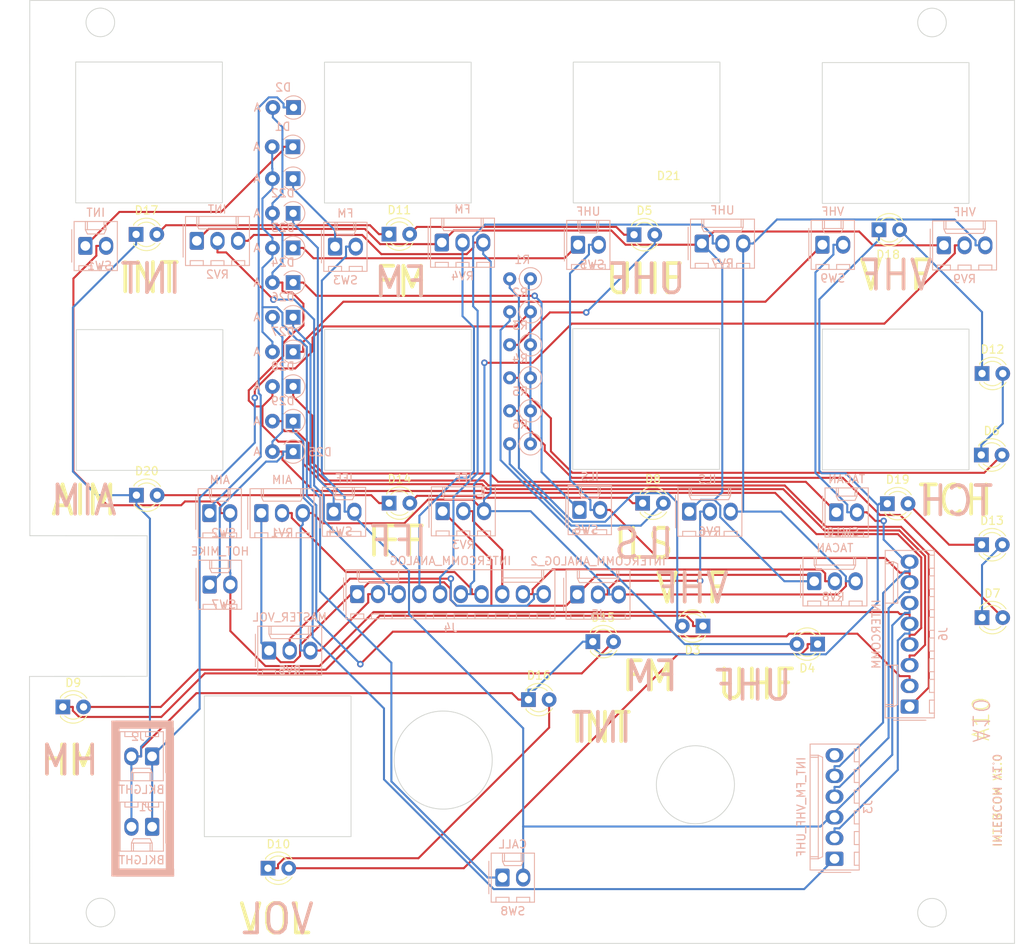
<source format=kicad_pcb>
(kicad_pcb (version 20221018) (generator pcbnew)
  (layers (0 "F.Cu" signal) (31 "B.Cu" signal) (34 "B.Paste" user) (35 "F.Paste" user) (36 "B.SilkS" user "B.Silkscreen") (37 "F.SilkS" user "F.Silkscreen") (38 "B.Mask" user) (39 "F.Mask" user) (44 "Edge.Cuts" user))
  (net 0 "")
  (net 1 "Net-(D1-K)")
  (net 2 "Net-(D2-K)")
  (net 3 "Net-(D3-K)")
  (net 4 "/ANALOG_5V")
  (net 5 "/ANALOG_GND")
  (net 6 "/COL1")
  (net 7 "/COL2")
  (net 8 "Net-(D3-A)")
  (net 9 "Net-(D10-A)")
  (net 10 "Net-(D4-A)")
  (net 11 "Net-(D11-A)")
  (net 12 "Net-(D5-A)")
  (net 13 "Net-(D12-A)")
  (net 14 "Net-(D6-A)")
  (net 15 "Net-(D13-A)")
  (net 16 "Net-(D7-A)")
  (net 17 "Net-(D14-A)")
  (net 18 "Net-(D8-A)")
  (net 19 "Net-(D15-A)")
  (net 20 "Net-(D10-K)")
  (net 21 "Net-(D11-K)")
  (net 22 "Net-(D12-K)")
  (net 23 "Net-(D13-K)")
  (net 24 "Net-(D14-K)")
  (net 25 "/BACKLIGHT_GND")
  (net 26 "Net-(D21-K)")
  (net 27 "Net-(D22-K)")
  (net 28 "Net-(D23-K)")
  (net 29 "Net-(D24-K)")
  (net 30 "Net-(D26-K)")
  (net 31 "/COL3")
  (net 32 "Net-(D27-K)")
  (net 33 "Net-(D28-K)")
  (net 34 "Net-(D29-K)")
  (net 35 "/COL0")
  (net 36 "/BACKLIGHT_+12V")
  (net 37 "/ROW7")
  (net 38 "/ROW8")
  (net 39 "/ROW9")
  (net 40 "/ROW10")
  (net 42 "Net-(D25-K)")
  (net 43 "/INT_VOL")
  (net 44 "/ILS_VOL")
  (net 45 "/AIM_VOL")
  (net 46 "/IFF_VOL")
  (net 47 "/FM_VOL")
  (net 48 "/MASTER_VOL")
  (net 49 "/UHF_VOL")
  (net 50 "/TACAN_VOL")
  (net 51 "/VHF_VOL")
  (footprint "LED_THT:LED_D3.0mm_FlatTop" (layer "F.Cu") (at 99.85 84.75)
    (fp_text reference "D20")
    (fp_text value "LED")
  )
  (footprint "LED_THT:LED_D3.0mm_FlatTop" (layer "F.Cu") (at 161.93 85.73)
    (fp_text reference "D8")
    (fp_text value "LED")
  )
  (footprint "LED_THT:LED_D3.0mm_FlatTop" (layer "F.Cu") (at 203.555 69.82)
    (fp_text reference "D12")
    (fp_text value "LED")
  )
  (footprint "LED_THT:LED_D3.0mm_FlatTop" (layer "F.Cu") (at 155.82 102.72)
    (fp_text reference "D15")
    (fp_text value "LED")
  )
  (footprint "LED_THT:LED_D3.0mm_FlatTop" (layer "F.Cu") (at 147.925 109.83)
    (fp_text reference "D16")
    (fp_text value "LED")
  )
  (footprint "LED_THT:LED_D3.0mm_FlatTop" (layer "F.Cu") (at 160.875 52.79)
    (fp_text reference "D5")
    (fp_text value "LED")
  )
  (footprint "LED_THT:LED_D3.0mm_FlatTop" (layer "F.Cu") (at 183.39 103.02 180)
    (fp_text reference "D4")
    (fp_text value "LED")
  )
  (footprint "LED_THT:LED_D3.0mm_FlatTop" (layer "F.Cu") (at 203.5 90.83)
    (fp_text reference "D13")
    (fp_text value "LED")
  )
  (footprint "LED_THT:LED_D3.0mm_FlatTop" (layer "F.Cu") (at 191.935 85.79)
    (fp_text reference "D19")
    (fp_text value "LED")
  )
  (footprint "LED_THT:LED_D3.0mm_FlatTop" (layer "F.Cu") (at 115.99 130.52)
    (fp_text reference "D10")
    (fp_text value "LED")
  )
  (footprint "LED_THT:LED_D3.0mm_FlatTop" (layer "F.Cu") (at 190.91 52.18)
    (fp_text reference "D18")
    (fp_text value "LED")
  )
  (footprint "LED_THT:LED_D3.0mm_FlatTop" (layer "F.Cu") (at 130.84 85.72)
    (fp_text reference "D14")
    (fp_text value "LED")
  )
  (footprint "LED_THT:LED_D3.0mm_FlatTop" (layer "F.Cu") (at 90.825 110.73)
    (fp_text reference "D9")
    (fp_text value "LED")
  )
  (footprint "LED_THT:LED_D3.0mm_FlatTop" (layer "F.Cu") (at 203.46 79.82)
    (fp_text reference "D6")
    (fp_text value "LED")
  )
  (footprint "LED_THT:LED_D3.0mm_FlatTop" (layer "F.Cu") (at 99.81 52.75)
    (fp_text reference "D17")
    (fp_text value "LED")
  )
  (footprint "LED_THT:LED_D3.0mm_FlatTop" (layer "F.Cu") (at 130.82 52.72)
    (fp_text reference "D11")
    (fp_text value "LED")
  )
  (footprint "LED_THT:LED_D3.0mm_FlatTop" (layer "F.Cu") (at 169.33 100.8 180)
    (fp_text reference "D3")
    (fp_text value "LED")
  )
  (footprint "LED_THT:LED_D3.0mm_FlatTop" (layer "F.Cu") (at 203.55 99.77)
    (fp_text reference "D7")
    (fp_text value "LED")
  )
  (footprint "Connector_Molex:Molex_KK-254_AE-6410-02A_1x02_P2.54mm_Vertical" (layer "B.Cu") (at 108.83 95.72)
    (fp_text reference "SW7")
    (fp_text value "HOT_MIKE")
  )
  (footprint "Diode_THT:D_A-405_P2.54mm_Vertical_AnodeUp" (layer "B.Cu") (at 119.07 71.41 180)
    (fp_text reference "D28")
    (fp_text value "D")
  )
  (footprint "Diode_THT:D_A-405_P2.54mm_Vertical_AnodeUp" (layer "B.Cu") (at 119.07 75.66 180)
    (fp_text reference "D29")
    (fp_text value "D")
  )
  (footprint "Diode_THT:D_A-405_P2.54mm_Vertical_AnodeUp" (layer "B.Cu") (at 119.07 58.66 180)
    (fp_text reference "D24")
    (fp_text value "D")
  )
  (footprint "Connector_Molex:Molex_KK-254_AE-6410-03A_1x03_P2.54mm_Vertical" (layer "B.Cu") (at 198.87 54.09)
    (fp_text reference "RV9")
    (fp_text value "VHF")
  )
  (footprint "Diode_THT:D_A-405_P2.54mm_Vertical_AnodeUp" (layer "B.Cu") (at 119.07 45.91 180)
    (fp_text reference "D21")
    (fp_text value "D")
  )
  (footprint "Resistor_THT:R_Axial_DIN0207_L6.3mm_D2.5mm_P2.54mm_Vertical" (layer "B.Cu") (at 148.17 74.4 180)
    (fp_text reference "R5")
    (fp_text value "R_US")
  )
  (footprint "Connector_Molex:Molex_KK-254_AE-6410-02A_1x02_P2.54mm_Vertical" (layer "B.Cu") (at 183.98 54.02)
    (fp_text reference "SW9")
    (fp_text value "VHF")
  )
  (footprint "Connector_Molex:Molex_KK-254_AE-6410-03A_1x03_P2.54mm_Vertical" (layer "B.Cu") (at 115.17 86.94)
    (fp_text reference "RV1")
    (fp_text value "AIM")
  )
  (footprint "Connector_Molex:Molex_KK-254_AE-6410-03A_1x03_P2.54mm_Vertical" (layer "B.Cu") (at 169.18 53.87)
    (fp_text reference "RV7")
    (fp_text value "UHF")
  )
  (footprint "Connector_Molex:Molex_KK-254_AE-6410-03A_1x03_P2.54mm_Vertical" (layer "B.Cu") (at 116.11 103.81)
    (fp_text reference "RV5")
    (fp_text value "MASTER_VOL")
  )
  (footprint "Connector_Molex:Molex_KK-254_AE-6410-03A_1x03_P2.54mm_Vertical" (layer "B.Cu") (at 153.92 96.93)
    (fp_text reference "J5")
    (fp_text value "INTERCOMM_ANALOG_2")
  )
  (footprint "Connector_Molex:Molex_KK-254_AE-6410-03A_1x03_P2.54mm_Vertical" (layer "B.Cu") (at 182.97 95.31)
    (fp_text reference "RV8")
    (fp_text value "TACAN")
  )
  (footprint "Diode_THT:D_A-405_P2.54mm_Vertical_AnodeUp" (layer "B.Cu") (at 119.07 54.41 180)
    (fp_text reference "D23")
    (fp_text value "D")
  )
  (footprint "Connector_Molex:Molex_KK-254_AE-6410-03A_1x03_P2.54mm_Vertical" (layer "B.Cu") (at 137.4 86.71)
    (fp_text reference "RV3")
    (fp_text value "IFF")
  )
  (footprint "Resistor_THT:R_Axial_DIN0207_L6.3mm_D2.5mm_P2.54mm_Vertical" (layer "B.Cu") (at 148.17 58.2 180)
    (fp_text reference "R1")
    (fp_text value "R_US")
  )
  (footprint "Connector_Molex:Molex_KK-254_AE-6410-02A_1x02_P2.54mm_Vertical" (layer "B.Cu") (at 101.78 125.44 180)
    (fp_text reference "J1")
    (fp_text value "BKLGHT")
  )
  (footprint "Diode_THT:D_A-405_P2.54mm_Vertical_AnodeUp" (layer "B.Cu") (at 119.07 79.4 180)
    (fp_text reference "D25")
    (fp_text value "D")
  )
  (footprint "Connector_Molex:Molex_KK-254_AE-6410-02A_1x02_P2.54mm_Vertical" (layer "B.Cu") (at 101.77 116.8 180)
    (fp_text reference "J2")
    (fp_text value "BKLGHT")
  )
  (footprint "Connector_Molex:Molex_KK-254_AE-6410-02A_1x02_P2.54mm_Vertical" (layer "B.Cu") (at 144.74 131.66)
    (fp_text reference "SW8")
    (fp_text value "CALL")
  )
  (footprint "Resistor_THT:R_Axial_DIN0207_L6.3mm_D2.5mm_P2.54mm_Vertical" (layer "B.Cu") (at 148.17 62.25 180)
    (fp_text reference "R2")
    (fp_text value "R_US")
  )
  (footprint "Connector_Molex:Molex_KK-254_AE-6410-08A_1x08_P2.54mm_Vertical" (layer "B.Cu") (at 194.67 110.69 90)
    (fp_text reference "J6")
    (fp_text value "INTERCOMM")
  )
  (footprint "Resistor_THT:R_Axial_DIN0207_L6.3mm_D2.5mm_P2.54mm_Vertical" (layer "B.Cu") (at 148.17 70.35 180)
    (fp_text reference "R4")
    (fp_text value "R_US")
  )
  (footprint "Connector_Molex:Molex_KK-254_AE-6410-02A_1x02_P2.54mm_Vertical" (layer "B.Cu") (at 154 54.02)
    (fp_text reference "SW5")
    (fp_text value "UHF")
  )
  (footprint "Connector_Molex:Molex_KK-254_AE-6410-06A_1x06_P2.54mm_Vertical" (layer "B.Cu") (at 185.46 129.36 90)
    (fp_text reference "J3")
    (fp_text value "INT_FM_VHF_UHF")
  )
  (footprint "Connector_Molex:Molex_KK-254_AE-6410-03A_1x03_P2.54mm_Vertical" (layer "B.Cu") (at 107.25 53.54)
    (fp_text reference "RV2")
    (fp_text value "INT")
  )
  (footprint "Connector_Molex:Molex_KK-254_AE-6410-02A_1x02_P2.54mm_Vertical" (layer "B.Cu") (at 124.21 54.25)
    (fp_text reference "SW3")
    (fp_text value "FM")
  )
  (footprint "Connector_Molex:Molex_KK-254_AE-6410-03A_1x03_P2.54mm_Vertical" (layer "B.Cu") (at 167.64 86.76)
    (fp_text reference "RV6")
    (fp_text value "ILS")
  )
  (footprint "Diode_THT:D_A-405_P2.54mm_Vertical_AnodeUp" (layer "B.Cu") (at 119.12 37.18 180)
    (fp_text reference "D2")
    (fp_text value "D")
  )
  (footprint "Diode_THT:D_A-405_P2.54mm_Vertical_AnodeUp" (layer "B.Cu") (at 119.07 67.16 180)
    (fp_text reference "D27")
    (fp_text value "D")
  )
  (footprint "Connector_Molex:Molex_KK-254_AE-6410-10A_1x10_P2.54mm_Vertical" (layer "B.Cu") (at 126.93 96.89)
    (fp_text reference "J4")
    (fp_text value "INTERCOMM_ANALOG")
  )
  (footprint "Connector_Molex:Molex_KK-254_AE-6410-02A_1x02_P2.54mm_Vertical" (layer "B.Cu") (at 93.59 54.16)
    (fp_text reference "SW1")
    (fp_text value "INT")
  )
  (footprint "Diode_THT:D_A-405_P2.54mm_Vertical_AnodeUp" (layer "B.Cu") (at 119.04 42 180)
    (fp_text reference "D1")
    (fp_text value "D")
  )
  (footprint "Connector_Molex:Molex_KK-254_AE-6410-02A_1x02_P2.54mm_Vertical" (layer "B.Cu") (at 185.68 86.85)
    (fp_text reference "SW10")
    (fp_text value "TACAN")
  )
  (footprint "Connector_Molex:Molex_KK-254_AE-6410-02A_1x02_P2.54mm_Vertical" (layer "B.Cu") (at 108.8 86.95)
    (fp_text reference "SW2")
    (fp_text value "AIM")
  )
  (footprint "Connector_Molex:Molex_KK-254_AE-6410-03A_1x03_P2.54mm_Vertical" (layer "B.Cu") (at 137.3 53.75)
    (fp_text reference "RV4")
    (fp_text value "FM")
  )
  (footprint "Resistor_THT:R_Axial_DIN0207_L6.3mm_D2.5mm_P2.54mm_Vertical" (layer "B.Cu") (at 148.17 78.45 180)
    (fp_text reference "R6")
    (fp_text value "R_US")
  )
  (footprint "Connector_Molex:Molex_KK-254_AE-6410-02A_1x02_P2.54mm_Vertical" (layer "B.Cu") (at 124.04 86.77)
    (fp_text reference "SW4")
    (fp_text value "IFF")
  )
  (footprint "Diode_THT:D_A-405_P2.54mm_Vertical_AnodeUp" (layer "B.Cu") (at 119.07 62.91 180)
    (fp_text reference "D26")
    (fp_text value "D")
  )
  (footprint "Diode_THT:D_A-405_P2.54mm_Vertical_AnodeUp" (layer "B.Cu") (at 119.07 50.16 180)
    (fp_text reference "D22")
    (fp_text value "D")
  )
  (footprint "Resistor_THT:R_Axial_DIN0207_L6.3mm_D2.5mm_P2.54mm_Vertical" (layer "B.Cu") (at 148.17 66.3 180)
    (fp_text reference "R3")
    (fp_text value "R_US")
  )
  (footprint "Connector_Molex:Molex_KK-254_AE-6410-02A_1x02_P2.54mm_Vertical" (layer "B.Cu") (at 154.18 86.56)
    (fp_text reference "SW6")
    (fp_text value "ILS")
  )
  (gr_rect (start 97.7 131.4677) (end 96.84 112.4823) (stroke (width 0.15)) (fill solid) (layer "B.SilkS"))
  (gr_rect (start 104.38 130.6454) (end 103.52 113.31) (stroke (width 0.15)) (fill solid) (layer "B.SilkS"))
  (gr_rect (start 104.41 131.48) (end 97.36 130.62) (stroke (width 0.15)) (fill solid) (layer "B.SilkS"))
  (gr_rect (start 104.35 113.33) (end 97.36 112.47) (stroke (width 0.15)) (fill solid) (layer "B.SilkS"))
  (gr_rect (start 122.93 64.41) (end 140.92 81.69) (stroke (width 0.1)) (fill none) (layer "Edge.Cuts"))
  (gr_rect (start 183.96 31.67) (end 201.95 48.95) (stroke (width 0.1)) (fill none) (layer "Edge.Cuts"))
  (gr_rect (start 108.18 109.37) (end 126.17 126.65) (stroke (width 0.1)) (fill none) (layer "Edge.Cuts"))
  (gr_rect (start 122.91 31.62) (end 140.9 48.9) (stroke (width 0.1)) (fill none) (layer "Edge.Cuts"))
  (gr_rect (start 92.46 64.43) (end 110.45 81.71) (stroke (width 0.1)) (fill none) (layer "Edge.Cuts"))
  (gr_line (start 207.53 24.04) (end 207.53 139.74) (stroke (width 0.1)) (layer "Edge.Cuts"))
  (gr_rect (start 153.42 31.61) (end 171.41 48.89) (stroke (width 0.1)) (fill none) (layer "Edge.Cuts"))
  (gr_circle (center 95.424267 26.74) (end 96.874267 27.73) (stroke (width 0.1)) (fill none) (layer "Edge.Cuts"))
  (gr_rect (start 183.96 64.37) (end 201.95 81.65) (stroke (width 0.1)) (fill none) (layer "Edge.Cuts"))
  (gr_line (start 207.53 24.04) (end 86.77 24.04) (stroke (width 0.1)) (layer "Edge.Cuts"))
  (gr_line (start 101.17 106.98) (end 86.74 106.99) (stroke (width 0.1)) (layer "Edge.Cuts"))
  (gr_rect (start 153.36 64.31) (end 171.35 81.59) (stroke (width 0.1)) (fill none) (layer "Edge.Cuts"))
  (gr_circle (center 168.4 120.28) (end 171.58 123.86) (stroke (width 0.1)) (fill none) (layer "Edge.Cuts"))
  (gr_rect (start 92.4 31.6) (end 110.39 48.88) (stroke (width 0.1)) (fill none) (layer "Edge.Cuts"))
  (gr_circle (center 197.414267 26.75) (end 198.864267 27.74) (stroke (width 0.1)) (fill none) (layer "Edge.Cuts"))
  (gr_line (start 86.77 24.04) (end 86.78 89.72) (stroke (width 0.1)) (layer "Edge.Cuts"))
  (gr_line (start 86.74 106.99) (end 86.77 139.74) (stroke (width 0.1)) (layer "Edge.Cuts"))
  (gr_line (start 86.78 89.72) (end 101.17 89.73) (stroke (width 0.1)) (layer "Edge.Cuts"))
  (gr_circle (center 197.414267 135.98) (end 198.864267 136.97) (stroke (width 0.1)) (fill none) (layer "Edge.Cuts"))
  (gr_circle (center 95.444267 135.96) (end 96.894267 136.95) (stroke (width 0.1)) (fill none) (layer "Edge.Cuts"))
  (gr_circle (center 137.47 117.25) (end 141.3 121.89) (stroke (width 0.1)) (fill none) (layer "Edge.Cuts"))
  (gr_line (start 101.17 89.73) (end 101.17 106.98) (stroke (width 0.1)) (layer "Edge.Cuts"))
  (gr_line (start 86.77 139.74) (end 207.53 139.74) (stroke (width 0.1)) (layer "Edge.Cuts"))
  (gr_text "A10" (at 202.22 115.24 -90) (layer "B.SilkS") (effects (font (size 2 2)) (justify left bottom mirror)))
  (gr_text "VHF" (at 168.01 96.17) (layer "B.SilkS") (effects (font (size 3.595615 3.236053) (thickness 0.449451)) (justify mirror)))
  (gr_text "VOL" (at 117.19 136.76) (layer "B.SilkS") (effects (font (size 3.595615 3.236053) (thickness 0.449451)) (justify mirror)))
  (gr_text "IFF" (at 131.94 90.42) (layer "B.SilkS") (effects (font (size 3.595615 3.236053) (thickness 0.449451)) (justify mirror)))
  (gr_text "AIM" (at 93.41 85.38) (layer "B.SilkS") (effects (font (size 3.595615 3.236053) (thickness 0.449451)) (justify mirror)))
  (gr_text "UHF" (at 162.41 58.22) (layer "B.SilkS") (effects (font (size 3.595615 3.236053) (thickness 0.449451)) (justify mirror)))
  (gr_text "FM" (at 159.46 106.96) (layer "B.SilkS") (effects (font (size 3.595615 3.236053) (thickness 0.449451)) (justify right mirror)))
  (gr_text "HM" (at 91.65 117.28) (layer "B.SilkS") (effects (font (size 3.595615 3.236053) (thickness 0.449451)) (justify mirror)))
  (gr_text "INT" (at 101.61 58.19) (layer "B.SilkS") (effects (font (size 3.595615 3.236053) (thickness 0.449451)) (justify mirror)))
  (gr_text "UHF" (at 180.49 108.11) (layer "B.SilkS") (effects (font (size 3.595615 3.236053) (thickness 0.449451)) (justify left mirror)))
  (gr_text "INT" (at 152.91 113.28) (layer "B.SilkS") (effects (font (size 3.595615 3.236053) (thickness 0.449451)) (justify right mirror)))
  (gr_text "ILS" (at 162.08 90.7) (layer "B.SilkS") (effects (font (size 3.595615 3.236053) (thickness 0.449451)) (justify mirror)))
  (gr_text "TCH" (at 200.37 85.46) (layer "B.SilkS") (effects (font (size 3.595615 3.236053) (thickness 0.449451)) (justify mirror)))
  (gr_text "VHF" (at 193 57.77) (layer "B.SilkS") (effects (font (size 3.595615 3.236053) (thickness 0.449451)) (justify mirror)))
  (gr_text "INTERCOM V1.0" (at 204.78 127.97 -90) (layer "B.SilkS") (effects (font (size 1 1)) (justify left bottom mirror)))
  (gr_text "FM" (at 132.28 58.6) (layer "B.SilkS") (effects (font (size 3.595615 3.236053) (thickness 0.449451)) (justify mirror)))
  (gr_text "HM" (at 91.65 117.28) (layer "F.SilkS") (effects (font (size 3.595615 3.236053) (thickness 0.449451))))
  (gr_text "ILS" (at 162.08 90.7) (layer "F.SilkS") (effects (font (size 3.595615 3.236053) (thickness 0.449451))))
  (gr_text "INT" (at 160.84 113.28) (layer "F.SilkS") (effects (font (size 3.595615 3.236053) (thickness 0.449451)) (justify right)))
  (gr_text "INT" (at 101.41 58.09) (layer "F.SilkS") (effects (font (size 3.595615 3.236053) (thickness 0.449451))))
  (gr_text "TCH" (at 200.29 85.38) (layer "F.SilkS") (effects (font (size 3.595615 3.236053) (thickness 0.449451))))
  (gr_text "IFF" (at 131.76 90.42) (layer "F.SilkS") (effects (font (size 3.595615 3.236053) (thickness 0.449451))))
  (gr_text "VOL" (at 116.86 136.76) (layer "F.SilkS") (effects (font (size 3.595615 3.236053) (thickness 0.449451))))
  (gr_text "INTERCOM V1.0" (at 206.05 128.01 90) (layer "F.SilkS") (effects (font (size 1 1)) (justify left bottom)))
  (gr_text "UHF" (at 170.86 107.96) (layer "F.SilkS") (effects (font (size 3.595615 3.236053) (thickness 0.449451)) (justify left)))
  (gr_text "AIM" (at 93.41 85.38) (layer "F.SilkS") (effects (font (size 3.595615 3.236053) (thickness 0.449451))))
  (gr_text "FM" (at 132.28 58.55) (layer "F.SilkS") (effects (font (size 3.595615 3.236053) (thickness 0.449451))))
  (gr_text "VHF" (at 193 57.77) (layer "F.SilkS") (effects (font (size 3.595615 3.236053) (thickness 0.449451))))
  (gr_text "UHF" (at 162.18 58.22) (layer "F.SilkS") (effects (font (size 3.595615 3.236053) (thickness 0.449451))))
  (gr_text "A10" (at 204.6 115.06 90) (layer "F.SilkS") (effects (font (size 2 2)) (justify left bottom)))
  (gr_text "FM" (at 166.16 106.96) (layer "F.SilkS") (effects (font (size 3.595615 3.236053) (thickness 0.449451)) (justify right)))
  (gr_text "VHF" (at 168.01 96.17) (layer "F.SilkS") (effects (font (size 3.595615 3.236053) (thickness 0.449451))))
  (segment (start 110.2414 49.9916) (end 117.8147 42.4183) (width 0.25) (layer "F.Cu") (net 1))
  (segment (start 119.04 42) (end 117.8147 42) (width 0.25) (layer "F.Cu") (net 1))
  (segment (start 93.59 54.16) (end 97.7584 49.9916) (width 0.25) (layer "F.Cu") (net 1))
  (segment (start 117.8147 42.4183) (end 117.8147 42) (width 0.25) (layer "F.Cu") (net 1))
  (segment (start 97.7584 49.9916) (end 110.2414 49.9916) (width 0.25) (layer "F.Cu") (net 1))
  (segment (start 114.8435 37.1735) (end 116.0794 35.9376) (width 0.25) (layer "B.Cu") (net 2))
  (segment (start 115.0921 72.4891) (end 114.8435 72.2405) (width 0.25) (layer "B.Cu") (net 2))
  (segment (start 108.8 86.3131) (end 115.0921 80.021) (width 0.25) (layer "B.Cu") (net 2))
  (segment (start 117.1118 35.9376) (end 117.8947 36.7205) (width 0.25) (layer "B.Cu") (net 2))
  (segment (start 115.0921 80.021) (end 115.0921 72.4891) (width 0.25) (layer "B.Cu") (net 2))
  (segment (start 119.12 37.18) (end 117.8947 37.18) (width 0.25) (layer "B.Cu") (net 2))
  (segment (start 114.8435 72.2405) (end 114.8435 37.1735) (width 0.25) (layer "B.Cu") (net 2))
  (segment (start 116.0794 35.9376) (end 117.1118 35.9376) (width 0.25) (layer "B.Cu") (net 2))
  (segment (start 117.8947 36.7205) (end 117.8947 37.18) (width 0.25) (layer "B.Cu") (net 2))
  (segment (start 108.8 86.95) (end 108.8 86.3131) (width 0.25) (layer "B.Cu") (net 2))
  (segment (start 93.365 110.73) (end 102.8437 110.73) (width 0.25) (layer "F.Cu") (net 3))
  (segment (start 107.4085 106.1652) (end 123.0691 106.1652) (width 0.25) (layer "F.Cu") (net 3))
  (segment (start 102.8437 110.73) (end 107.4085 106.1652) (width 0.25) (layer "F.Cu") (net 3))
  (segment (start 129.6926 99.5417) (end 167.3059 99.5417) (width 0.25) (layer "F.Cu") (net 3))
  (segment (start 123.0691 106.1652) (end 129.6926 99.5417) (width 0.25) (layer "F.Cu") (net 3))
  (segment (start 167.3059 99.5417) (end 168.1047 100.3405) (width 0.25) (layer "F.Cu") (net 3))
  (segment (start 169.33 100.8) (end 168.1047 100.8) (width 0.25) (layer "F.Cu") (net 3))
  (segment (start 168.1047 100.3405) (end 168.1047 100.8) (width 0.25) (layer "F.Cu") (net 3))
  (segment (start 169.0346 54.0154) (end 169.18 53.87) (width 0.25) (layer "F.Cu") (net 4))
  (segment (start 129.7388 53.9454) (end 127.8679 52.0745) (width 0.25) (layer "F.Cu") (net 4))
  (segment (start 137.1046 53.9454) (end 129.7388 53.9454) (width 0.25) (layer "F.Cu") (net 4))
  (segment (start 169.18 53.87) (end 170.652 52.398) (width 0.25) (layer "F.Cu") (net 4))
  (segment (start 137.3 53.75) (end 138.7688 52.2812) (width 0.25) (layer "F.Cu") (net 4))
  (segment (start 188.4811 52.398) (end 190.1731 54.09) (width 0.25) (layer "F.Cu") (net 4))
  (segment (start 137.5873 95.4399) (end 138.36 96.2126) (width 0.25) (layer "F.Cu") (net 4))
  (segment (start 170.652 52.398) (end 188.4811 52.398) (width 0.25) (layer "F.Cu") (net 4))
  (segment (start 153.92 96.93) (end 156.3259 94.5241) (width 0.25) (layer "F.Cu") (net 4))
  (segment (start 117.5414 105.2414) (end 119.157 105.2414) (width 0.25) (layer "F.Cu") (net 4))
  (segment (start 116.11 103.81) (end 117.5414 105.2414) (width 0.25) (layer "F.Cu") (net 4))
  (segment (start 119.157 105.2414) (end 119.92 104.4784) (width 0.25) (layer "F.Cu") (net 4))
  (segment (start 108.7155 52.0745) (end 107.25 53.54) (width 0.25) (layer "F.Cu") (net 4))
  (segment (start 138.36 96.2126) (end 138.36 97.5601) (width 0.25) (layer "F.Cu") (net 4))
  (segment (start 137.3 53.75) (end 137.1046 53.9454) (width 0.25) (layer "F.Cu") (net 4))
  (segment (start 119.92 104.4784) (end 119.92 103.1447) (width 0.25) (layer "F.Cu") (net 4))
  (segment (start 139.1106 98.3107) (end 143.3794 98.3107) (width 0.25) (layer "F.Cu") (net 4))
  (segment (start 126.93 96.89) (end 128.3801 95.4399) (width 0.25) (layer "F.Cu") (net 4))
  (segment (start 138.36 97.5601) (end 139.1106 98.3107) (width 0.25) (layer "F.Cu") (net 4))
  (segment (start 119.92 103.1447) (end 126.1747 96.89) (width 0.25) (layer "F.Cu") (net 4))
  (segment (start 182.1841 94.5241) (end 182.97 95.31) (width 0.25) (layer "F.Cu") (net 4))
  (segment (start 137.4 86.71) (end 143.3794 92.6894) (width 0.25) (layer "F.Cu") (net 4))
  (segment (start 143.3794 92.6894) (end 143.3794 98.3107) (width 0.25) (layer "F.Cu") (net 4))
  (segment (start 158.1049 52.2812) (end 159.8391 54.0154) (width 0.25) (layer "F.Cu") (net 4))
  (segment (start 156.3259 94.5241) (end 182.1841 94.5241) (width 0.25) (layer "F.Cu") (net 4))
  (segment (start 143.3794 98.3107) (end 152.5393 98.3107) (width 0.25) (layer "F.Cu") (net 4))
  (segment (start 190.1731 54.09) (end 198.87 54.09) (width 0.25) (layer "F.Cu") (net 4))
  (segment (start 127.8679 52.0745) (end 108.7155 52.0745) (width 0.25) (layer "F.Cu") (net 4))
  (segment (start 128.3801 95.4399) (end 137.5873 95.4399) (width 0.25) (layer "F.Cu") (net 4))
  (segment (start 138.7688 52.2812) (end 158.1049 52.2812) (width 0.25) (layer "F.Cu") (net 4))
  (segment (start 126.1747 96.89) (end 126.93 96.89) (width 0.25) (layer "F.Cu") (net 4))
  (segment (start 159.8391 54.0154) (end 169.0346 54.0154) (width 0.25) (layer "F.Cu") (net 4))
  (segment (start 152.5393 98.3107) (end 153.92 96.93) (width 0.25) (layer "F.Cu") (net 4))
  (segment (start 171.6959 56.3859) (end 171.6959 84.3693) (width 0.25) (layer "B.Cu") (net 4))
  (segment (start 171.6959 84.3693) (end 170.7411 85.3241) (width 0.25) (layer "B.Cu") (net 4))
  (segment (start 170.7411 85.3241) (end 169.0759 85.3241) (width 0.25) (layer "B.Cu") (net 4))
  (segment (start 171.45 86.033) (end 170.7411 85.3241) (width 0.25) (layer "B.Cu") (net 4))
  (segment (start 115.17 86.94) (end 115.17 102.87) (width 0.25) (layer "B.Cu") (net 4))
  (segment (start 179.3149 95.31) (end 171.45 87.4451) (width 0.25) (layer "B.Cu") (net 4))
  (segment (start 182.97 95.31) (end 179.3149 95.31) (width 0.25) (layer "B.Cu") (net 4))
  (segment (start 169.0759 85.3241) (end 167.64 86.76) (width 0.25) (layer "B.Cu") (net 4))
  (segment (start 169.18 53.87) (end 171.6959 56.3859) (width 0.25) (layer "B.Cu") (net 4))
  (segment (start 171.45 87.4451) (end 171.45 86.033) (width 0.25) (layer "B.Cu") (net 4))
  (segment (start 115.17 102.87) (end 116.11 103.81) (width 0.25) (layer "B.Cu") (net 4))
  (segment (start 128.2747 97.9206) (end 128.2747 96.89) (width 0.25) (layer "F.Cu") (net 5))
  (segment (start 114.2454 52.8199) (end 113.5253 53.54) (width 0.25) (layer "F.Cu") (net 5))
  (segment (start 186.8547 95.9076) (end 186.8547 95.31) (width 0.25) (layer "F.Cu") (net 5))
  (segment (start 159 96.93) (end 185.8323 96.93) (width 0.25) (layer "F.Cu") (net 5))
  (segment (start 120.25 86.94) (end 121.4453 86.94) (width 0.25) (layer "F.Cu") (net 5))
  (segment (start 129.8832 55.1714) (end 127.5317 52.8199) (width 0.25) (layer "F.Cu") (net 5))
  (segment (start 185.8323 96.93) (end 186.8547 95.9076) (width 0.25) (layer "F.Cu") (net 5))
  (segment (start 135.6198 85.2888) (end 141.0588 85.2888) (width 0.25) (layer "F.Cu") (net 5))
  (segment (start 141.0588 85.2888) (end 142.48 86.71) (width 0.25) (layer "F.Cu") (net 5))
  (segment (start 122.7038 88.1985) (end 132.7101 88.1985) (width 0.25) (layer "F.Cu") (net 5))
  (segment (start 132.7101 88.1985) (end 135.6198 85.2888) (width 0.25) (layer "F.Cu") (net 5))
  (segment (start 121.19 103.81) (end 122.3853 103.81) (width 0.25) (layer "F.Cu") (net 5))
  (segment (start 141.1847 53.75) (end 141.1847 54.3476) (width 0.25) (layer "F.Cu") (net 5))
  (segment (start 122.3853 103.81) (end 128.2747 97.9206) (width 0.25) (layer "F.Cu") (net 5))
  (segment (start 140.3609 55.1714) (end 129.8832 55.1714) (width 0.25) (layer "F.Cu") (net 5))
  (segment (start 112.33 53.54) (end 113.5253 53.54) (width 0.25) (layer "F.Cu") (net 5))
  (segment (start 121.4453 86.94) (end 122.7038 88.1985) (width 0.25) (layer "F.Cu") (net 5))
  (segment (start 141.1847 54.3476) (end 140.3609 55.1714) (width 0.25) (layer "F.Cu") (net 5))
  (segment (start 188.05 95.31) (end 186.8547 95.31) (width 0.25) (layer "F.Cu") (net 5))
  (segment (start 127.5317 52.8199) (end 114.2454 52.8199) (width 0.25) (layer "F.Cu") (net 5))
  (segment (start 142.38 53.75) (end 141.1847 53.75) (width 0.25) (layer "F.Cu") (net 5))
  (segment (start 129.47 96.89) (end 128.2747 96.89) (width 0.25) (layer "F.Cu") (net 5))
  (segment (start 186.8547 95.31) (end 186.8547 94.7124) (width 0.25) (layer "B.Cu") (net 5))
  (segment (start 120.25 86.94) (end 120.25 88.3603) (width 0.25) (layer "B.Cu") (net 5))
  (segment (start 203.95 54.09) (end 202.7547 54.09) (width 0.25) (layer "B.Cu") (net 5))
  (segment (start 159 96.93) (end 157.8047 96.93) (width 0.25) (layer "B.Cu") (net 5))
  (segment (start 157.8047 96.3324) (end 148.1823 86.71) (width 0.25) (layer "B.Cu") (net 5))
  (segment (start 121.19 103.81) (end 119.9947 103.81) (width 0.25) (layer "B.Cu") (net 5))
  (segment (start 142.48 86.71) (end 142.48 85.2897) (width 0.25) (layer "B.Cu") (net 5))
  (segment (start 148.1823 86.71) (end 142.48 86.71) (width 0.25) (layer "B.Cu") (net 5))
  (segment (start 143.2909 84.4788) (end 143.2909 56.0812) (width 0.25) (layer "B.Cu") (net 5))
  (segment (start 174.26 86.76) (end 172.72 86.76) (width 0.25) (layer "B.Cu") (net 5))
  (segment (start 143.2909 56.0812) (end 142.38 55.1703) (width 0.25) (layer "B.Cu") (net 5))
  (segment (start 119.9947 88.6156) (end 119.9947 103.81) (width 0.25) (layer "B.Cu") (net 5))
  (segment (start 188.05 95.31) (end 186.8547 95.31) (width 0.25) (layer "B.Cu") (net 5))
  (segment (start 174.26 53.87) (end 175.4553 53.87) (width 0.25) (layer "B.Cu") (net 5))
  (segment (start 178.9023 86.76) (end 174.26 86.76) (width 0.25) (layer "B.Cu") (net 5))
  (segment (start 142.38 53.75) (end 142.38 55.1703) (width 0.25) (layer "B.Cu") (net 5))
  (segment (start 157.8047 96.93) (end 157.8047 96.3324) (width 0.25) (layer "B.Cu") (net 5))
  (segment (start 120.25 88.3603) (end 119.9947 88.6156) (width 0.25) (layer "B.Cu") (net 5))
  (segment (start 174.26 86.76) (end 174.26 53.87) (width 0.25) (layer "B.Cu") (net 5))
  (segment (start 178.4027 50.9226) (end 200.1849 50.9226) (width 0.25) (layer "B.Cu") (net 5))
  (segment (start 175.4553 53.87) (end 178.4027 50.9226) (width 0.25) (layer "B.Cu") (net 5))
  (segment (start 202.7547 53.4924) (end 202.7547 54.09) (width 0.25) (layer "B.Cu") (net 5))
  (segment (start 142.48 85.2897) (end 143.2909 84.4788) (width 0.25) (layer "B.Cu") (net 5))
  (segment (start 186.8547 94.7124) (end 178.9023 86.76) (width 0.25) (layer "B.Cu") (net 5))
  (segment (start 200.1849 50.9226) (end 202.7547 53.4924) (width 0.25) (layer "B.Cu") (net 5))
  (segment (start 179.9089 101.7411) (end 179.5801 102.0699) (width 0.25) (layer "F.Cu") (net 6))
  (segment (start 165.5646 101.4946) (end 131.2979 101.4946) (width 0.25) (layer "F.Cu") (net 6))
  (segment (start 179.5801 102.0699) (end 166.1399 102.0699) (width 0.25) (layer "F.Cu") (net 6))
  (segment (start 188.2611 101.7411) (end 179.9089 101.7411) (width 0.25) (layer "F.Cu") (net 6))
  (segment (start 131.2979 101.4946) (end 127.3123 105.4802) (width 0.25) (layer "F.Cu") (net 6))
  (segment (start 193.4747 106.9547) (end 188.2611 101.7411) (width 0.25) (layer "F.Cu") (net 6))
  (segment (start 194.67 108.15) (end 194.67 106.9547) (width 0.25) (layer "F.Cu") (net 6))
  (segment (start 166.1399 102.0699) (end 165.5646 101.4946) (width 0.25) (layer "F.Cu") (net 6))
  (segment (start 194.67 106.9547) (end 193.4747 106.9547) (width 0.25) (layer "F.Cu") (net 6))
  (via (at 127.3123 105.4802) (size 0.8) (drill 0.4) (layers "F.Cu" "B.Cu") (net 6))
  (segment (start 116.53 54.41) (end 116.53 53.9311) (width 0.25) (layer "B.Cu") (net 6))
  (segment (start 116.53 45.91) (end 116.53 47.1353) (width 0.25) (layer "B.Cu") (net 6))
  (segment (start 121.9075 100.0754) (end 127.3123 105.4802) (width 0.25) (layer "B.Cu") (net 6))
  (segment (start 115.3047 56.8606) (end 116.53 55.6353) (width 0.25) (layer "B.Cu") (net 6))
  (segment (start 116.53 53.7973) (end 116.53 53.9311) (width 0.25) (layer "B.Cu") (net 6))
  (segment (start 115.3047 61.6846) (end 117.0829 61.6846) (width 0.25) (layer "B.Cu") (net 6))
  (segment (start 115.3047 48.3606) (end 115.3047 51.9594) (width 0.25) (layer "B.Cu") (net 6))
  (segment (start 116.53 53.7973) (end 116.53 53.1847) (width 0.25) (layer "B.Cu") (net 6))
  (segment (start 117.7554 63.8766) (end 119.6251 65.7463) (width 0.25) (layer "B.Cu") (net 6))
  (segment (start 115.3047 51.9594) (end 116.53 53.1847) (width 0.25) (layer "B.Cu") (net 6))
  (segment (start 119.9512 65.7463) (end 120.7456 66.5407) (width 0.25) (layer "B.Cu") (net 6))
  (segment (start 117.7554 62.3571) (end 117.7554 63.8766) (width 0.25) (layer "B.Cu") (net 6))
  (segment (start 116.53 45.2973) (end 116.53 44.6847) (width 0.25) (layer "B.Cu") (net 6))
  (segment (start 116.53 67.16) (end 116.53 65.9347) (width 0.25) (layer "B.Cu") (net 6))
  (segment (start 120.7456 66.5407) (end 120.7456 84.83) (width 0.25) (layer "B.Cu") (net 6))
  (segment (start 116.53 47.1353) (end 115.3047 48.3606) (width 0.25) (layer "B.Cu") (net 6))
  (segment (start 116.5 44.6547) (end 116.53 44.6847) (width 0.25) (layer "B.Cu") (net 6))
  (segment (start 117.0829 61.6846) (end 117.7554 62.3571) (width 0.25) (layer "B.Cu") (net 6))
  (segment (start 120.7456 84.83) (end 121.9075 85.9919) (width 0.25) (layer "B.Cu") (net 6))
  (segment (start 116.5 42) (end 116.5 44.6547) (width 0.25) (layer "B.Cu") (net 6))
  (segment (start 115.3047 61.6846) (end 115.3047 56.8606) (width 0.25) (layer "B.Cu") (net 6))
  (segment (start 115.3047 61.6846) (end 115.3047 64.7094) (width 0.25) (layer "B.Cu") (net 6))
  (segment (start 115.3047 64.7094) (end 116.53 65.9347) (width 0.25) (layer "B.Cu") (net 6))
  (segment (start 121.9075 85.9919) (end 121.9075 100.0754) (width 0.25) (layer "B.Cu") (net 6))
  (segment (start 119.6251 65.7463) (end 119.9512 65.7463) (width 0.25) (layer "B.Cu") (net 6))
  (segment (start 116.53 54.41) (end 116.53 55.6353) (width 0.25) (layer "B.Cu") (net 6))
  (segment (start 116.53 45.2973) (end 116.53 45.91) (width 0.25) (layer "B.Cu") (net 6))
  (segment (start 117.8446 67.6643) (end 113.6295 71.8794) (width 0.25) (layer "F.Cu") (net 7))
  (segment (start 194.67 105.61) (end 194.67 104.4147) (width 0.25) (layer "F.Cu") (net 7))
  (segment (start 120.3281 63.9251) (end 119.6987 64.5545) (width 0.25) (layer "F.Cu") (net 7))
  (segment (start 120.3281 61.258) (end 120.3281 63.9251) (width 0.25) (layer "F.Cu") (net 7))
  (segment (start 142.837 84.0104) (end 142.2285 83.4019) (width 0.25) (layer "F.Cu") (net 7))
  (segment (start 116.53 58.66) (end 117.7553 58.66) (width 0.25) (layer "F.Cu") (net 7))
  (segment (start 119.3666 64.5545) (end 117.8446 66.0765) (width 0.25) (layer "F.Cu") (net 7))
  (segment (start 117.9803 59.8853) (end 118.9554 59.8853) (width 0.25) (layer "F.Cu") (net 7))
  (segment (start 120.3228 78.3692) (end 120.1282 78.1746) (width 0.25) (layer "F.Cu") (net 7))
  (segment (start 118.9554 59.8853) (end 120.3281 61.258) (width 0.25) (layer "F.Cu") (net 7))
  (segment (start 115.3047 76.2207) (end 115.3047 73.8606) (width 0.25) (layer "F.Cu") (net 7))
  (segment (start 117.7553 59.6603) (end 117.9803 59.8853) (width 0.25) (layer "F.Cu") (net 7))
  (segment (start 196.5702 103.1121) (end 196.5702 92.2309) (width 0.25) (layer "F.Cu") (net 7))
  (segment (start 116.53 71.41) (end 116.53 72.6353) (width 0.25) (layer "F.Cu") (net 7))
  (segment (start 113.6295 73.1434) (end 114.3467 73.8606) (width 0.25) (layer "F.Cu") (net 7))
  (segment (start 117.2586 78.1746) (end 115.3047 76.2207) (width 0.25) (layer "F.Cu") (net 7))
  (segment (start 117.8446 66.0765) (end 117.8446 67.6643) (width 0.25) (layer "F.Cu") (net 7))
  (segment (start 184.2391 89.079) (end 179.1705 84.0104) (width 0.25) (layer "F.Cu") (net 7))
  (segment (start 142.2285 83.4019) (end 122.8094 83.4019) (width 0.25) (layer "F.Cu") (net 7))
  (segment (start 113.6295 71.8794) (end 113.6295 73.1434) (width 0.25) (layer "F.Cu") (net 7))
  (segment (start 196.5702 92.2309) (end 193.4183 89.079) (width 0.25) (layer "F.Cu") (net 7))
  (segment (start 119.6987 64.5545) (end 119.3666 64.5545) (width 0.25) (layer "F.Cu") (net 7))
  (segment (start 120.3228 80.9153) (end 120.3228 78.3692) (width 0.25) (layer "F.Cu") (net 7))
  (segment (start 195.2676 104.4147) (end 196.5702 103.1121) (width 0.25) (layer "F.Cu") (net 7))
  (segment (start 115.3047 73.8606) (end 116.53 72.6353) (width 0.25) (layer "F.Cu") (net 7))
  (segment (start 122.8094 83.4019) (end 120.3228 80.9153) (width 0.25) (layer "F.Cu") (net 7))
  (segment (start 194.67 104.4147) (end 195.2676 104.4147) (width 0.25) (layer "F.Cu") (net 7))
  (segment (start 120.1282 78.1746) (end 117.2586 78.1746) (width 0.25) (layer "F.Cu") (net 7))
  (segment (start 193.4183 89.079) (end 184.2391 89.079) (width 0.25) (layer "F.Cu") (net 7))
  (segment (start 179.1705 84.0104) (end 142.837 84.0104) (width 0.25) (layer "F.Cu") (net 7))
  (segment (start 114.3467 73.8606) (end 115.3047 73.8606) (width 0.25) (layer "F.Cu") (net 7))
  (segment (start 117.7553 58.66) (end 117.7553 59.6603) (width 0.25) (layer "F.Cu") (net 7))
  (segment (start 116.53 50.16) (end 116.53 48.9347) (width 0.25) (layer "B.Cu") (net 7))
  (segment (start 116.53 50.16) (end 116.53 51.3853) (width 0.25) (layer "B.Cu") (net 7))
  (segment (start 117.7553 56.2094) (end 117.7553 52.6106) (width 0.25) (layer "B.Cu") (net 7))
  (segment (start 116.53 57.4347) (end 117.7553 56.2094) (width 0.25) (layer "B.Cu") (net 7))
  (segment (start 116.53 58.66) (end 116.53 57.4347) (width 0.25) (layer "B.Cu") (net 7))
  (segment (start 117.7553 52.6106) (end 116.53 51.3853) (width 0.25) (layer "B.Cu") (net 7))
  (segment (start 117.7553 39.5806) (end 117.7553 47.7094) (width 0.25) (layer "B.Cu") (net 7))
  (segment (start 116.58 37.18) (end 116.58 38.4053) (width 0.25) (layer "B.Cu") (net 7))
  (segment (start 116.58 38.4053) (end 117.7553 39.5806) (width 0.25) (layer "B.Cu") (net 7))
  (segment (start 117.7553 47.7094) (end 116.53 48.9347) (width 0.25) (layer "B.Cu") (net 7))
  (segment (start 145.63 58.2) (end 145.63 59.3253) (width 0.25) (layer "B.Cu") (net 8))
  (segment (start 166.79 100.8) (end 166.1723 100.1823) (width 0.25) (layer "B.Cu") (net 8))
  (segment (start 166.1723 85.6513) (end 165.0256 84.5046) (width 0.25) (layer "B.Cu") (net 8))
  (segment (start 146.7553 60.4506) (end 145.63 59.3253) (width 0.25) (layer "B.Cu") (net 8))
  (segment (start 166.1723 100.1823) (end 166.1723 85.6513) (width 0.25) (layer "B.Cu") (net 8))
  (segment (start 160.838 84.5046) (end 157.3353 88.0073) (width 0.25) (layer "B.Cu") (net 8))
  (segment (start 153.3432 88.0073) (end 146.7553 81.4194) (width 0.25) (layer "B.Cu") (net 8))
  (segment (start 157.3353 88.0073) (end 153.3432 88.0073) (width 0.25) (layer "B.Cu") (net 8))
  (segment (start 165.0256 84.5046) (end 160.838 84.5046) (width 0.25) (layer "B.Cu") (net 8))
  (segment (start 146.7553 81.4194) (end 146.7553 60.4506) (width 0.25) (layer "B.Cu") (net 8))
  (segment (start 182.1647 103.02) (end 182.1647 103.4796) (width 0.25) (layer "F.Cu") (net 9))
  (segment (start 182.1647 103.4796) (end 181.399 104.2453) (width 0.25) (layer "F.Cu") (net 9))
  (segment (start 181.399 104.2453) (end 166.2737 104.2453) (width 0.25) (layer "F.Cu") (net 9))
  (segment (start 139.999 130.52) (end 118.53 130.52) (width 0.25) (layer "F.Cu") (net 9))
  (segment (start 183.39 103.02) (end 182.1647 103.02) (width 0.25) (layer "F.Cu") (net 9))
  (segment (start 166.2737 104.2453) (end 139.999 130.52) (width 0.25) (layer "F.Cu") (net 9))
  (segment (start 144.5047 64.5006) (end 145.63 63.3753) (width 0.25) (layer "B.Cu") (net 10))
  (segment (start 144.5047 80.4426) (end 144.5047 64.5006) (width 0.25) (layer "B.Cu") (net 10))
  (segment (start 180.85 103.02) (end 167.0821 103.02) (width 0.25) (layer "B.Cu") (net 10))
  (segment (start 145.63 62.25) (end 145.63 63.3753) (width 0.25) (layer "B.Cu") (net 10))
  (segment (start 167.0821 103.02) (end 144.5047 80.4426) (width 0.25) (layer "B.Cu") (net 10))
  (segment (start 158.6905 51.8308) (end 134.2492 51.8308) (width 0.25) (layer "F.Cu") (net 11))
  (segment (start 160.875 52.79) (end 159.6497 52.79) (width 0.25) (layer "F.Cu") (net 11))
  (segment (start 134.2492 51.8308) (end 133.36 52.72) (width 0.25) (layer "F.Cu") (net 11))
  (segment (start 159.6497 52.79) (end 158.6905 51.8308) (width 0.25) (layer "F.Cu") (net 11))
  (segment (start 150.5524 62.3261) (end 146.7553 66.1232) (width 0.25) (layer "F.Cu") (net 12))
  (segment (start 145.63 66.3) (end 146.7553 66.3) (width 0.25) (layer "F.Cu") (net 12))
  (segment (start 155.0174 62.3261) (end 150.5524 62.3261) (width 0.25) (layer "F.Cu") (net 12))
  (segment (start 146.7553 66.1232) (end 146.7553 66.3) (width 0.25) (layer "F.Cu") (net 12))
  (via (at 155.0174 62.3261) (size 0.8) (drill 0.4) (layers "F.Cu" "B.Cu") (net 12))
  (segment (start 163.415 52.79) (end 163.415 53.9285) (width 0.25) (layer "B.Cu") (net 12))
  (segment (start 163.415 53.9285) (end 155.0174 62.3261) (width 0.25) (layer "B.Cu") (net 12))
  (segment (start 203.46 79.82) (end 203.46 78.5947) (width 0.25) (layer "B.Cu") (net 13))
  (segment (start 206.095 75.9597) (end 206.095 69.82) (width 0.25) (layer "B.Cu") (net 13))
  (segment (start 203.46 78.5947) (end 206.095 75.9597) (width 0.25) (layer "B.Cu") (net 13))
  (segment (start 206 79.82) (end 203.8175 82.0025) (width 0.25) (layer "F.Cu") (net 14))
  (segment (start 145.63 70.35) (end 146.7553 70.35) (width 0.25) (layer "F.Cu") (net 14))
  (segment (start 153.3116 82.0025) (end 150.6791 79.37) (width 0.25) (layer "F.Cu") (net 14))
  (segment (start 203.8175 82.0025) (end 153.3116 82.0025) (width 0.25) (layer "F.Cu") (net 14))
  (segment (start 146.7553 71.3909) (end 146.7553 70.35) (width 0.25) (layer "F.Cu") (net 14))
  (segment (start 150.6791 75.3147) (end 146.7553 71.3909) (width 0.25) (layer "F.Cu") (net 14))
  (segment (start 150.6791 79.37) (end 150.6791 75.3147) (width 0.25) (layer "F.Cu") (net 14))
  (segment (start 203.55 99.77) (end 203.55 93.32) (width 0.25) (layer "B.Cu") (net 15))
  (segment (start 203.55 93.32) (end 206.04 90.83) (width 0.25) (layer "B.Cu") (net 15))
  (segment (start 149.9214 78.6035) (end 146.7553 75.4374) (width 0.25) (layer "F.Cu") (net 16))
  (segment (start 193.498 87.178) (end 191.034 87.178) (width 0.25) (layer "F.Cu") (net 16))
  (segment (start 149.9214 79.2881) (end 149.9214 78.6035) (width 0.25) (layer "F.Cu") (net 16))
  (segment (start 153.2541 82.6208) (end 149.9214 79.2881) (width 0.25) (layer "F.Cu") (net 16))
  (segment (start 206.09 99.77) (end 193.498 87.178) (width 0.25) (layer "F.Cu") (net 16))
  (segment (start 146.7553 75.4374) (end 146.7553 74.4) (width 0.25) (layer "F.Cu") (net 16))
  (segment (start 186.4768 82.6208) (end 153.2541 82.6208) (width 0.25) (layer "F.Cu") (net 16))
  (segment (start 145.63 74.4) (end 146.7553 74.4) (width 0.25) (layer "F.Cu") (net 16))
  (segment (start 191.034 87.178) (end 186.4768 82.6208) (width 0.25) (layer "F.Cu") (net 16))
  (segment (start 134.2695 84.8305) (end 141.4092 84.8305) (width 0.25) (layer "F.Cu") (net 17))
  (segment (start 161.93 85.73) (end 160.7047 85.73) (width 0.25) (layer "F.Cu") (net 17))
  (segment (start 160.0384 85.0637) (end 160.7047 85.73) (width 0.25) (layer "F.Cu") (net 17))
  (segment (start 133.38 85.72) (end 134.2695 84.8305) (width 0.25) (layer "F.Cu") (net 17))
  (segment (start 141.4092 84.8305) (end 141.6424 85.0637) (width 0.25) (layer "F.Cu") (net 17))
  (segment (start 141.6424 85.0637) (end 160.0384 85.0637) (width 0.25) (layer "F.Cu") (net 17))
  (segment (start 145.63 80.931) (end 153.1826 88.4836) (width 0.25) (layer "B.Cu") (net 18))
  (segment (start 145.63 78.45) (end 145.63 80.931) (width 0.25) (layer "B.Cu") (net 18))
  (segment (start 161.7164 88.4836) (end 164.47 85.73) (width 0.25) (layer "B.Cu") (net 18))
  (segment (start 153.1826 88.4836) (end 161.7164 88.4836) (width 0.25) (layer "B.Cu") (net 18))
  (segment (start 90.825 110.73) (end 92.0503 110.73) (width 0.25) (layer "F.Cu") (net 19))
  (segment (start 154.4645 106.6155) (end 158.36 102.72) (width 0.25) (layer "F.Cu") (net 19))
  (segment (start 108.24 106.6155) (end 154.4645 106.6155) (width 0.25) (layer "F.Cu") (net 19))
  (segment (start 92.0503 111.1895) (end 92.817 111.9562) (width 0.25) (layer "F.Cu") (net 19))
  (segment (start 92.817 111.9562) (end 102.8993 111.9562) (width 0.25) (layer "F.Cu") (net 19))
  (segment (start 102.8993 111.9562) (end 108.24 106.6155) (width 0.25) (layer "F.Cu") (net 19))
  (segment (start 92.0503 110.73) (end 92.0503 111.1895) (width 0.25) (layer "F.Cu") (net 19))
  (segment (start 117.981 129.2947) (end 134.4359 129.2947) (width 0.25) (layer "F.Cu") (net 20))
  (segment (start 134.4359 129.2947) (end 150.465 113.2656) (width 0.25) (layer "F.Cu") (net 20))
  (segment (start 115.99 130.52) (end 117.2153 130.52) (width 0.25) (layer "F.Cu") (net 20))
  (segment (start 117.2153 130.52) (end 117.2153 130.0604) (width 0.25) (layer "F.Cu") (net 20))
  (segment (start 117.2153 130.0604) (end 117.981 129.2947) (width 0.25) (layer "F.Cu") (net 20))
  (segment (start 150.465 113.2656) (end 150.465 109.83) (width 0.25) (layer "F.Cu") (net 20))
  (segment (start 128.4988 51.6241) (end 103.4759 51.6241) (width 0.25) (layer "F.Cu") (net 21))
  (segment (start 130.82 52.72) (end 129.5947 52.72) (width 0.25) (layer "F.Cu") (net 21))
  (segment (start 129.5947 52.72) (end 128.4988 51.6241) (width 0.25) (layer "F.Cu") (net 21))
  (segment (start 103.4759 51.6241) (end 102.35 52.75) (width 0.25) (layer "F.Cu") (net 21))
  (segment (start 203.555 62.285) (end 193.45 52.18) (width 0.25) (layer "B.Cu") (net 22))
  (segment (start 203.555 69.82) (end 203.555 62.285) (width 0.25) (layer "B.Cu") (net 22))
  (segment (start 203.5 90.83) (end 199.515 90.83) (width 0.25) (layer "F.Cu") (net 23))
  (segment (start 199.515 90.83) (end 194.475 85.79) (width 0.25) (layer "F.Cu") (net 23))
  (segment (start 128.6447 84.75) (end 102.39 84.75) (width 0.25) (layer "F.Cu") (net 24))
  (segment (start 130.84 85.72) (end 129.6147 85.72) (width 0.25) (layer "F.Cu") (net 24))
  (segment (start 129.6147 85.72) (end 128.6447 84.75) (width 0.25) (layer "F.Cu") (net 24))
  (segment (start 147.925 109.83) (end 146.6997 109.83) (width 0.25) (layer "F.Cu") (net 25))
  (segment (start 145.914 109.0443) (end 107.2098 109.0443) (width 0.25) (layer "F.Cu") (net 25))
  (segment (start 107.2098 109.0443) (end 100.4253 115.8288) (width 0.25) (layer "F.Cu") (net 25))
  (segment (start 99.23 116.8) (end 100.4253 116.8) (width 0.25) (layer "F.Cu") (net 25))
  (segment (start 146.6997 109.83) (end 145.914 109.0443) (width 0.25) (layer "F.Cu") (net 25))
  (segment (start 100.4253 115.8288) (end 100.4253 116.8) (width 0.25) (layer "F.Cu") (net 25))
  (segment (start 99.81 52.75) (end 99.81 53.9753) (width 0.25) (layer "B.Cu") (net 25))
  (segment (start 100.4253 115.6047) (end 100.4253 116.8) (width 0.25) (layer "B.Cu") (net 25))
  (segment (start 191.935 85.79) (end 190.9557 85.79) (width 0.25) (layer "B.Cu") (net 25))
  (segment (start 147.925 109.83) (end 147.925 108.6047) (width 0.25) (layer "B.Cu") (net 25))
  (segment (start 99.85 85.9753) (end 101.506 87.6313) (width 0.25) (layer "B.Cu") (net 25))
  (segment (start 99.24 118.2303) (end 99.24 125.44) (width 0.25) (layer "B.Cu") (net 25))
  (segment (start 92.0622 61.7231) (end 92.0622 81.8484) (width 0.25) (layer "B.Cu") (net 25))
  (segment (start 186.8334 82.0581) (end 183.9063 82.0581) (width 0.25) (layer "B.Cu") (net 25))
  (segment (start 155.82 102.72) (end 155.2074 102.72) (width 0.25) (layer "B.Cu") (net 25))
  (segment (start 94.9638 84.75) (end 99.85 84.75) (width 0.25) (layer "B.Cu") (net 25))
  (segment (start 99.85 84.75) (end 99.85 85.9753) (width 0.25) (layer "B.Cu") (net 25))
  (segment (start 190.9557 85.79) (end 190.7605 85.9852) (width 0.25) (layer "B.Cu") (net 25))
  (segment (start 184.3961 104.2759) (end 156.7633 104.2759) (width 0.25) (layer "B.Cu") (net 25))
  (segment (start 183.6028 81.7546) (end 183.6028 60.7125) (width 0.25) (layer "B.Cu") (net 25))
  (segment (start 148.71 108.6047) (end 147.925 108.6047) (width 0.25) (layer "B.Cu") (net 25))
  (segment (start 99.23 118.2203) (end 99.24 118.2303) (width 0.25) (layer "B.Cu") (net 25))
  (segment (start 190.7605 85.9852) (end 190.7605 97.9115) (width 0.25) (layer "B.Cu") (net 25))
  (segment (start 101.506 87.6313) (end 101.506 114.524) (width 0.25) (layer "B.Cu") (net 25))
  (segment (start 154.5947 102.72) (end 148.71 108.6047) (width 0.25) (layer "B.Cu") (net 25))
  (segment (start 92.0622 81.8484) (end 94.9638 84.75) (width 0.25) (layer "B.Cu") (net 25))
  (segment (start 99.23 116.8) (end 99.23 118.2203) (width 0.25) (layer "B.Cu") (net 25))
  (segment (start 99.81 53.9753) (end 92.0622 61.7231) (width 0.25) (layer "B.Cu") (net 25))
  (segment (start 99.23 116.8) (end 100.4253 116.8) (width 0.25) (layer "B.Cu") (net 25))
  (segment (start 183.6028 60.7125) (end 190.91 53.4053) (width 0.25) (layer "B.Cu") (net 25))
  (segment (start 155.2074 102.72) (end 154.5947 102.72) (width 0.25) (layer "B.Cu") (net 25))
  (segment (start 190.91 52.18) (end 190.91 53.4053) (width 0.25) (layer "B.Cu") (net 25))
  (segment (start 190.7605 97.9115) (end 184.3961 104.2759) (width 0.25) (layer "B.Cu") (net 25))
  (segment (start 183.9063 82.0581) (end 183.6028 81.7546) (width 0.25) (layer "B.Cu") (net 25))
  (segment (start 190.7605 85.9852) (end 186.8334 82.0581) (width 0.25) (layer "B.Cu") (net 25))
  (segment (start 101.506 114.524) (end 100.4253 115.6047) (width 0.25) (layer "B.Cu") (net 25))
  (segment (start 156.7633 104.2759) (end 155.2074 102.72) (width 0.25) (layer "B.Cu") (net 25))
  (segment (start 119.07 45.91) (end 119.07 47.1353) (width 0.25) (layer "B.Cu") (net 26))
  (segment (start 124.21 52.2753) (end 119.07 47.1353) (width 0.25) (layer "B.Cu") (net 26))
  (segment (start 124.21 54.25) (end 124.21 52.2753) (width 0.25) (layer "B.Cu") (net 26))
  (segment (start 119.07 50.16) (end 119.07 51.3853) (width 0.25) (layer "B.Cu") (net 27))
  (segment (start 122.0966 82.7357) (end 122.0966 54.4119) (width 0.25) (layer "B.Cu") (net 27))
  (segment (start 122.0966 54.4119) (end 119.07 51.3853) (width 0.25) (layer "B.Cu") (net 27))
  (segment (start 124.04 84.6791) (end 122.0966 82.7357) (width 0.25) (layer "B.Cu") (net 27))
  (segment (start 124.04 86.77) (end 124.04 84.6791) (width 0.25) (layer "B.Cu") (net 27))
  (segment (start 154 54.02) (end 152.3437 55.6763) (width 0.25) (layer "F.Cu") (net 28))
  (segment (start 152.3437 55.6763) (end 121.5616 55.6763) (width 0.25) (layer "F.Cu") (net 28))
  (segment (start 121.5616 55.6763) (end 120.2953 54.41) (width 0.25) (layer "F.Cu") (net 28))
  (segment (start 119.07 54.41) (end 120.2953 54.41) (width 0.25) (layer "F.Cu") (net 28))
  (segment (start 148.6915 60.2837) (end 121.919 60.2837) (width 0.25) (layer "F.Cu") (net 29))
  (segment (start 121.919 60.2837) (end 120.2953 58.66) (width 0.25) (layer "F.Cu") (net 29))
  (segment (start 119.07 58.66) (end 120.2953 58.66) (width 0.25) (layer "F.Cu") (net 29))
  (via (at 148.6915 60.2837) (size 0.8) (drill 0.4) (layers "F.Cu" "B.Cu") (net 29))
  (segment (start 149.5324 81.9124) (end 149.5324 61.1246) (width 0.25) (layer "B.Cu") (net 29))
  (segment (start 154.18 86.56) (end 149.5324 81.9124) (width 0.25) (layer "B.Cu") (net 29))
  (segment (start 149.5324 61.1246) (end 148.6915 60.2837) (width 0.25) (layer "B.Cu") (net 29))
  (segment (start 122.3756 96.5735) (end 131.1164 105.3143) (width 0.25) (layer "B.Cu") (net 30))
  (segment (start 119.07 62.91) (end 119.07 64.1353) (width 0.25) (layer "B.Cu") (net 30))
  (segment (start 131.1164 105.3143) (end 131.1164 119.8646) (width 0.25) (layer "B.Cu") (net 30))
  (segment (start 131.1164 119.8646) (end 142.9118 131.66) (width 0.25) (layer "B.Cu") (net 30))
  (segment (start 122.3756 85.0183) (end 122.3756 96.5735) (width 0.25) (layer "B.Cu") (net 30))
  (segment (start 121.1959 83.8386) (end 122.3756 85.0183) (width 0.25) (layer "B.Cu") (net 30))
  (segment (start 119.07 64.1353) (end 121.1959 66.2612) (width 0.25) (layer "B.Cu") (net 30))
  (segment (start 142.9118 131.66) (end 144.74 131.66) (width 0.25) (layer "B.Cu") (net 30))
  (segment (start 121.1959 66.2612) (end 121.1959 83.8386) (width 0.25) (layer "B.Cu") (net 30))
  (segment (start 195.2676 101.8747) (end 194.67 101.8747) (width 0.25) (layer "F.Cu") (net 31))
  (segment (start 194.67 103.07) (end 194.67 101.8747) (width 0.25) (layer "F.Cu") (net 31))
  (segment (start 178.1739 84.4607) (end 183.2425 89.5293) (width 0.25) (layer "F.Cu") (net 31))
  (segment (start 196.0966 92.3942) (end 196.0966 101.0457) (width 0.25) (layer "F.Cu") (net 31))
  (segment (start 193.2317 89.5293) (end 196.0966 92.3942) (width 0.25) (layer "F.Cu") (net 31))
  (segment (start 117.7553 80.3956) (end 121.595 84.2353) (width 0.25) (layer "F.Cu") (net 31))
  (segment (start 142.2564 84.2353) (end 142.4818 84.4607) (width 0.25) (layer "F.Cu") (net 31))
  (segment (start 196.0966 101.0457) (end 195.2676 101.8747) (width 0.25) (layer "F.Cu") (net 31))
  (segment (start 142.4818 84.4607) (end 178.1739 84.4607) (width 0.25) (layer "F.Cu") (net 31))
  (segment (start 117.7553 79.4) (end 117.7553 80.3956) (width 0.25) (layer "F.Cu") (net 31))
  (segment (start 116.53 79.4) (end 117.7553 79.4) (width 0.25) (layer "F.Cu") (net 31))
  (segment (start 121.595 84.2353) (end 142.2564 84.2353) (width 0.25) (layer "F.Cu") (net 31))
  (segment (start 183.2425 89.5293) (end 193.2317 89.5293) (width 0.25) (layer "F.Cu") (net 31))
  (segment (start 117.7553 76.9494) (end 117.7553 65.3606) (width 0.25) (layer "B.Cu") (net 31))
  (segment (start 116.53 79.4) (end 116.53 78.1747) (width 0.25) (layer "B.Cu") (net 31))
  (segment (start 116.53 78.1747) (end 117.7553 76.9494) (width 0.25) (layer "B.Cu") (net 31))
  (segment (start 116.53 62.91) (end 116.53 64.1353) (width 0.25) (layer "B.Cu") (net 31))
  (segment (start 117.7553 65.3606) (end 116.53 64.1353) (width 0.25) (layer "B.Cu") (net 31))
  (segment (start 120.2953 67.16) (end 120.2953 65.9398) (width 0.25) (layer "F.Cu") (net 32))
  (segment (start 120.2953 65.9398) (end 125.2261 61.009) (width 0.25) (layer "F.Cu") (net 32))
  (segment (start 176.991 61.009) (end 183.98 54.02) (width 0.25) (layer "F.Cu") (net 32))
  (segment (start 119.07 67.16) (end 120.2953 67.16) (width 0.25) (layer "F.Cu") (net 32))
  (segment (start 125.2261 61.009) (end 176.991 61.009) (width 0.25) (layer "F.Cu") (net 32))
  (segment (start 122.7865 82.0934) (end 121.45 80.7569) (width 0.25) (layer "F.Cu") (net 33))
  (segment (start 144.2107 83.1096) (end 143.1945 82.0934) (width 0.25) (layer "F.Cu") (net 33))
  (segment (start 143.1945 82.0934) (end 122.7865 82.0934) (width 0.25) (layer "F.Cu") (net 33))
  (segment (start 121.45 75.0153) (end 119.07 72.6353) (width 0.25) (layer "F.Cu") (net 33))
  (segment (start 119.07 71.41) (end 119.07 72.6353) (width 0.25) (layer "F.Cu") (net 33))
  (segment (start 121.45 80.7569) (end 121.45 75.0153) (width 0.25) (layer "F.Cu") (net 33))
  (segment (start 185.68 86.85) (end 181.9396 83.1096) (width 0.25) (layer "F.Cu") (net 33))
  (segment (start 181.9396 83.1096) (end 144.2107 83.1096) (width 0.25) (layer "F.Cu") (net 33))
  (segment (start 120.2953 85.0166) (end 121.4571 86.1784) (width 0.25) (layer "B.Cu") (net 34))
  (segment (start 121.4571 102.1615) (end 130.2089 110.9133) (width 0.25) (layer "B.Cu") (net 34))
  (segment (start 119.07 75.66) (end 119.07 76.8853) (width 0.25) (layer "B.Cu") (net 34))
  (segment (start 130.2089 119.6189) (end 143.6724 133.0824) (width 0.25) (layer "B.Cu") (net 34))
  (segment (start 130.2089 110.9133) (end 130.2089 119.6189) (width 0.25) (layer "B.Cu") (net 34))
  (segment (start 120.2953 78.1106) (end 120.2953 85.0166) (width 0.25) (layer "B.Cu") (net 34))
  (segment (start 121.4571 86.1784) (end 121.4571 102.1615) (width 0.25) (layer "B.Cu") (net 34))
  (segment (start 143.6724 133.0824) (end 181.7376 133.0824) (width 0.25) (layer "B.Cu") (net 34))
  (segment (start 181.7376 133.0824) (end 185.46 129.36) (width 0.25) (layer "B.Cu") (net 34))
  (segment (start 119.07 76.8853) (end 120.2953 78.1106) (width 0.25) (layer "B.Cu") (net 34))
  (segment (start 117.7553 76.6144) (end 117.7553 75.66) (width 0.25) (layer "F.Cu") (net 35))
  (segment (start 197.0205 108.3395) (end 197.0205 92.0443) (width 0.25) (layer "F.Cu") (net 35))
  (segment (start 123.0078 82.9516) (end 120.932 80.8758) (width 0.25) (layer "F.Cu") (net 35))
  (segment (start 116.53 75.66) (end 117.7553 75.66) (width 0.25) (layer "F.Cu") (net 35))
  (segment (start 120.932 80.8758) (end 120.932 78.3415) (width 0.25) (layer "F.Cu") (net 35))
  (segment (start 179.357 83.56) (end 143.0235 83.56) (width 0.25) (layer "F.Cu") (net 35))
  (segment (start 143.0235 83.56) (end 142.4151 82.9516) (width 0.25) (layer "F.Cu") (net 35))
  (segment (start 120.932 78.3415) (end 119.4758 76.8853) (width 0.25) (layer "F.Cu") (net 35))
  (segment (start 194.67 110.69) (end 197.0205 108.3395) (width 0.25) (layer "F.Cu") (net 35))
  (segment (start 119.4758 76.8853) (end 118.0262 76.8853) (width 0.25) (layer "F.Cu") (net 35))
  (segment (start 197.0205 92.0443) (end 193.6049 88.6287) (width 0.25) (layer "F.Cu") (net 35))
  (segment (start 142.4151 82.9516) (end 123.0078 82.9516) (width 0.25) (layer "F.Cu") (net 35))
  (segment (start 184.4257 88.6287) (end 179.357 83.56) (width 0.25) (layer "F.Cu") (net 35))
  (segment (start 118.0262 76.8853) (end 117.7553 76.6144) (width 0.25) (layer "F.Cu") (net 35))
  (segment (start 193.6049 88.6287) (end 184.4257 88.6287) (width 0.25) (layer "F.Cu") (net 35))
  (segment (start 146.374 64.046) (end 122.826 64.046) (width 0.25) (layer "F.Cu") (net 36))
  (segment (start 114.3668 71.779) (end 114.3668 72.7896) (width 0.25) (layer "F.Cu") (net 36))
  (segment (start 148.17 62.25) (end 146.374 64.046) (width 0.25) (layer "F.Cu") (net 36))
  (segment (start 121.45 65.422) (end 121.45 67.0733) (width 0.25) (layer "F.Cu") (net 36))
  (segment (start 119.3237 69.1996) (end 116.9462 69.1996) (width 0.25) (layer "F.Cu") (net 36))
  (segment (start 122.826 64.046) (end 121.45 65.422) (width 0.25) (layer "F.Cu") (net 36))
  (segment (start 116.9462 69.1996) (end 114.3668 71.779) (width 0.25) (layer "F.Cu") (net 36))
  (segment (start 121.45 67.0733) (end 119.3237 69.1996) (width 0.25) (layer "F.Cu") (net 36))
  (via (at 114.3668 72.7896) (size 0.8) (drill 0.4) (layers "F.Cu" "B.Cu") (net 36))
  (segment (start 101.78 116.81) (end 101.77 116.8) (width 0.25) (layer "B.Cu") (net 36))
  (segment (start 114.3668 72.7896) (end 114.3668 78.313) (width 0.25) (layer "B.Cu") (net 36))
  (segment (start 148.17 66.3) (end 148.17 70.35) (width 0.25) (layer "B.Cu") (net 36))
  (segment (start 107.6021 110.9679) (end 101.77 116.8) (width 0.25) (layer "B.Cu") (net 36))
  (segment (start 101.78 125.44) (end 101.78 116.81) (width 0.25) (layer "B.Cu") (net 36))
  (segment (start 148.17 58.2) (end 147.9662 58.4038) (width 0.25) (layer "B.Cu") (net 36))
  (segment (start 148.17 74.4) (end 148.17 78.45) (width 0.25) (layer "B.Cu") (net 36))
  (segment (start 148.17 70.35) (end 148.17 74.4) (width 0.25) (layer "B.Cu") (net 36))
  (segment (start 147.9662 62.0462) (end 148.17 62.25) (width 0.25) (layer "B.Cu") (net 36))
  (segment (start 147.9662 58.4038) (end 147.9662 62.0462) (width 0.25) (layer "B.Cu") (net 36))
  (segment (start 148.17 62.25) (end 148.17 66.3) (width 0.25) (layer "B.Cu") (net 36))
  (segment (start 114.3668 78.313) (end 107.6021 85.0777) (width 0.25) (layer "B.Cu") (net 36))
  (segment (start 107.6021 85.0777) (end 107.6021 110.9679) (width 0.25) (layer "B.Cu") (net 36))
  (segment (start 115.6692 105.7148) (end 122.3025 105.7148) (width 0.25) (layer "F.Cu") (net 37))
  (segment (start 193.4747 99.3347) (end 194.67 99.3347) (width 0.25) (layer "F.Cu") (net 37))
  (segment (start 92.1219 58.1681) (end 94.9347 55.3553) (width 0.25) (layer "F.Cu") (net 37))
  (segment (start 105.8013 85.5169) (end 105.3323 85.9859) (width 0.25) (layer "F.Cu") (net 37))
  (segment (start 110.1447 86.95) (end 110.1447 85.9788) (width 0.25) (layer "F.Cu") (net 37))
  (segment (start 105.3323 85.9859) (end 96.2756 85.9859) (width 0.25) (layer "F.Cu") (net 37))
  (segment (start 111.37 101.4156) (end 115.6692 105.7148) (width 0.25) (layer "F.Cu") (net 37))
  (segment (start 94.9347 55.3553) (end 94.9347 54.16) (width 0.25) (layer "F.Cu") (net 37))
  (segment (start 96.13 54.16) (end 94.9347 54.16) (width 0.25) (layer "F.Cu") (net 37))
  (segment (start 111.37 95.72) (end 111.37 101.4156) (width 0.25) (layer "F.Cu") (net 37))
  (segment (start 194.67 100.53) (end 194.67 99.3347) (width 0.25) (layer "F.Cu") (net 37))
  (segment (start 128.926 99.0913) (end 193.2313 99.0913) (width 0.25) (layer "F.Cu") (net 37))
  (segment (start 122.3025 105.7148) (end 128.926 99.0913) (width 0.25) (layer "F.Cu") (net 37))
  (segment (start 92.1219 81.8322) (end 92.1219 58.1681) (width 0.25) (layer "F.Cu") (net 37))
  (segment (start 193.2313 99.0913) (end 193.4747 99.3347) (width 0.25) (layer "F.Cu") (net 37))
  (segment (start 96.2756 85.9859) (end 92.1219 81.8322) (width 0.25) (layer "F.Cu") (net 37))
  (segment (start 111.34 86.95) (end 110.1447 86.95) (width 0.25) (layer "F.Cu") (net 37))
  (segment (start 110.1447 85.9788) (end 109.6828 85.5169) (width 0.25) (layer "F.Cu") (net 37))
  (segment (start 109.6828 85.5169) (end 105.8013 85.5169) (width 0.25) (layer "F.Cu") (net 37))
  (segment (start 194.67 100.53) (end 194.67 101.7253) (width 0.25) (layer "B.Cu") (net 37))
  (segment (start 186.0576 125.6247) (end 193.2174 118.4649) (width 0.25) (layer "B.Cu") (net 37))
  (segment (start 193.2174 102.5802) (end 194.0723 101.7253) (width 0.25) (layer "B.Cu") (net 37))
  (segment (start 111.37 95.72) (end 111.37 94.2997) (width 0.25) (layer "B.Cu") (net 37))
  (segment (start 194.0723 101.7253) (end 194.67 101.7253) (width 0.25) (layer "B.Cu") (net 37))
  (segment (start 111.34 94.2697) (end 111.34 86.95) (width 0.25) (layer "B.Cu") (net 37))
  (segment (start 193.2174 118.4649) (end 193.2174 102.5802) (width 0.25) (layer "B.Cu") (net 37))
  (segment (start 185.46 125.6247) (end 186.0576 125.6247) (width 0.25) (layer "B.Cu") (net 37))
  (segment (start 185.46 126.82) (end 185.46 125.6247) (width 0.25) (layer "B.Cu") (net 37))
  (segment (start 111.37 94.2997) (end 111.34 94.2697) (width 0.25) (layer "B.Cu") (net 37))
  (segment (start 133.28 94.0676) (end 133.28 99.3483) (width 0.25) (layer "B.Cu") (net 38))
  (segment (start 147.28 125.4023) (end 147.28 131.66) (width 0.25) (layer "B.Cu") (net 38))
  (segment (start 185.46 123.6823) (end 192.5419 116.6004) (width 0.25) (layer "B.Cu") (net 38))
  (segment (start 147.28 125.4023) (end 183.74 125.4023) (width 0.25) (layer "B.Cu") (net 38))
  (segment (start 192.5419 100.7302) (end 194.0868 99.1853) (width 0.25) (layer "B.Cu") (net 38))
  (segment (start 125.3847 86.77) (end 125.3847 84.9378) (width 0.25) (layer "B.Cu") (net 38))
  (segment (start 194.0868 99.1853) (end 194.67 99.1853) (width 0.25) (layer "B.Cu") (net 38))
  (segment (start 125.3847 84.9378) (end 122.5885 82.1416) (width 0.25) (layer "B.Cu") (net 38))
  (segment (start 125.5547 55.4453) (end 125.5547 54.25) (width 0.25) (layer "B.Cu") (net 38))
  (segment (start 133.28 99.3483) (end 147.28 113.3483) (width 0.25) (layer "B.Cu") (net 38))
  (segment (start 192.5419 116.6004) (end 192.5419 100.7302) (width 0.25) (layer "B.Cu") (net 38))
  (segment (start 126.75 54.25) (end 125.5547 54.25) (width 0.25) (layer "B.Cu") (net 38))
  (segment (start 122.5885 82.1416) (end 122.5885 58.4115) (width 0.25) (layer "B.Cu") (net 38))
  (segment (start 183.74 125.4023) (end 185.46 123.6823) (width 0.25) (layer "B.Cu") (net 38))
  (segment (start 125.9824 86.77) (end 125.3847 86.77) (width 0.25) (layer "B.Cu") (net 38))
  (segment (start 185.46 124.28) (end 185.46 123.6823) (width 0.25) (layer "B.Cu") (net 38))
  (segment (start 122.5885 58.4115) (end 125.5547 55.4453) (width 0.25) (layer "B.Cu") (net 38))
  (segment (start 126.58 86.77) (end 125.9824 86.77) (width 0.25) (layer "B.Cu") (net 38))
  (segment (start 194.67 97.99) (end 194.67 99.1853) (width 0.25) (layer "B.Cu") (net 38))
  (segment (start 147.28 113.3483) (end 147.28 125.4023) (width 0.25) (layer "B.Cu") (net 38))
  (segment (start 125.9824 86.77) (end 133.28 94.0676) (width 0.25) (layer "B.Cu") (net 38))
  (segment (start 163.8043 92.449) (end 191.669 92.449) (width 0.25) (layer "F.Cu") (net 39))
  (segment (start 191.669 92.449) (end 193.4747 94.2547) (width 0.25) (layer "F.Cu") (net 39))
  (segment (start 194.67 95.45) (end 194.67 94.2547) (width 0.25) (layer "F.Cu") (net 39))
  (segment (start 157.9153 86.56) (end 163.8043 92.449) (width 0.25) (layer "F.Cu") (net 39))
  (segment (start 193.4747 94.2547) (end 194.67 94.2547) (width 0.25) (layer "F.Cu") (net 39))
  (segment (start 156.72 86.56) (end 157.9153 86.56) (width 0.25) (layer "F.Cu") (net 39))
  (segment (start 186.0576 120.5447) (end 185.46 120.5447) (width 0.25) (layer "B.Cu") (net 39))
  (segment (start 155.5247 85.3647) (end 153.0259 82.8659) (width 0.25) (layer "B.Cu") (net 39))
  (segment (start 156.72 86.56) (end 155.5247 86.56) (width 0.25) (layer "B.Cu") (net 39))
  (segment (start 185.46 121.74) (end 185.46 120.5447) (width 0.25) (layer "B.Cu") (net 39))
  (segment (start 192.0915 98.6262) (end 192.0915 114.5108) (width 0.25) (layer "B.Cu") (net 39))
  (segment (start 194.67 95.45) (end 194.67 96.6453) (width 0.25) (layer "B.Cu") (net 39))
  (segment (start 153.0259 57.5341) (end 155.3447 55.2153) (width 0.25) (layer "B.Cu") (net 39))
  (segment (start 192.0915 114.5108) (end 186.0576 120.5447) (width 0.25) (layer "B.Cu") (net 39))
  (segment (start 153.0259 82.8659) (end 153.0259 57.5341) (width 0.25) (layer "B.Cu") (net 39))
  (segment (start 155.5247 86.56) (end 155.5247 85.3647) (width 0.25) (layer "B.Cu") (net 39))
  (segment (start 194.0724 96.6453) (end 192.0915 98.6262) (width 0.25) (layer "B.Cu") (net 39))
  (segment (start 156.54 54.02) (end 155.3447 54.02) (width 0.25) (layer "B.Cu") (net 39))
  (segment (start 155.3447 55.2153) (end 155.3447 54.02) (width 0.25) (layer "B.Cu") (net 39))
  (segment (start 194.67 96.6453) (end 194.0724 96.6453) (width 0.25) (layer "B.Cu") (net 39))
  (segment (start 190.4686 87.9033) (end 189.4153 86.85) (width 0.25) (layer "F.Cu") (net 40))
  (segment (start 188.22 86.85) (end 189.4153 86.85) (width 0.25) (layer "F.Cu") (net 40))
  (segment (start 191.4858 87.9033) (end 190.4686 87.9033) (width 0.25) (layer "F.Cu") (net 40))
  (via (at 191.4858 87.9033) (size 0.8) (drill 0.4) (layers "F.Cu" "B.Cu") (net 40))
  (segment (start 194.67 94.1053) (end 194.0724 94.1053) (width 0.25) (layer "B.Cu") (net 40))
  (segment (start 183.1206 57.4194) (end 185.3247 55.2153) (width 0.25) (layer "B.Cu") (net 40))
  (segment (start 194.67 93.3834) (end 194.67 94.1053) (width 0.25) (layer "B.Cu") (net 40))
  (segment (start 194.67 93.3834) (end 191.4858 90.1992) (width 0.25) (layer "B.Cu") (net 40))
  (segment (start 191.4858 90.1992) (end 191.4858 87.9033) (width 0.25) (layer "B.Cu") (net 40))
  (segment (start 191.4162 112.6461) (end 186.0576 118.0047) (width 0.25) (layer "B.Cu") (net 40))
  (segment (start 194.67 92.91) (end 194.67 93.3834) (width 0.25) (layer "B.Cu") (net 40))
  (segment (start 187.0247 85.9078) (end 183.1206 82.0037) (width 0.25) (layer "B.Cu") (net 40))
  (segment (start 188.22 86.85) (end 187.0247 86.85) (width 0.25) (layer "B.Cu") (net 40))
  (segment (start 194.0724 94.1053) (end 191.4162 96.7615) (width 0.25) (layer "B.Cu") (net 40))
  (segment (start 186.52 54.02) (end 185.3247 54.02) (width 0.25) (layer "B.Cu") (net 40))
  (segment (start 183.1206 82.0037) (end 183.1206 57.4194) (width 0.25) (layer "B.Cu") (net 40))
  (segment (start 191.4162 96.7615) (end 191.4162 112.6461) (width 0.25) (layer "B.Cu") (net 40))
  (segment (start 185.3247 55.2153) (end 185.3247 54.02) (width 0.25) (layer "B.Cu") (net 40))
  (segment (start 187.0247 86.85) (end 187.0247 85.9078) (width 0.25) (layer "B.Cu") (net 40))
  (segment (start 185.46 119.2) (end 185.46 118.0047) (width 0.25) (layer "B.Cu") (net 40))
  (segment (start 186.0576 118.0047) (end 185.46 118.0047) (width 0.25) (layer "B.Cu") (net 40))
  (segment (start 108.83 95.72) (end 110.0705 94.4795) (width 0.25) (layer "B.Cu") (net 42))
  (segment (start 115.746 80.6253) (end 117.079 80.6253) (width 0.25) (layer "B.Cu") (net 42))
  (segment (start 110.0705 94.4795) (end 110.0705 86.3008) (width 0.25) (layer "B.Cu") (net 42))
  (segment (start 119.07 79.4) (end 117.8447 79.4) (width 0.25) (layer "B.Cu") (net 42))
  (segment (start 110.0705 86.3008) (end 115.746 80.6253) (width 0.25) (layer "B.Cu") (net 42))
  (segment (start 117.079 80.6253) (end 117.8447 79.8596) (width 0.25) (layer "B.Cu") (net 42))
  (segment (start 117.8447 79.8596) (end 117.8447 79.4) (width 0.25) (layer "B.Cu") (net 42))
  (segment (start 110.8545 54.9603) (end 116.6469 60.7527) (width 0.25) (layer "F.Cu") (net 43))
  (segment (start 109.79 54.9603) (end 110.8545 54.9603) (width 0.25) (layer "F.Cu") (net 43))
  (segment (start 109.79 53.54) (end 109.79 54.9603) (width 0.25) (layer "F.Cu") (net 43))
  (via (at 116.6469 60.7527) (size 0.8) (drill 0.4) (layers "F.Cu" "B.Cu") (net 43))
  (segment (start 122.8348 87.896) (end 130.8147 95.8759) (width 0.25) (layer "B.Cu") (net 43))
  (segment (start 121.6462 83.5725) (end 122.8348 84.7611) (width 0.25) (layer "B.Cu") (net 43))
  (segment (start 122.8348 84.7611) (end 122.8348 87.896) (width 0.25) (layer "B.Cu") (net 43))
  (segment (start 121.6462 63.1952) (end 121.6462 83.5725) (width 0.25) (layer "B.Cu") (net 43))
  (segment (start 132.01 96.89) (end 130.8147 96.89) (width 0.25) (layer "B.Cu") (net 43))
  (segment (start 119.2037 60.7527) (end 121.6462 63.1952) (width 0.25) (layer "B.Cu") (net 43))
  (segment (start 130.8147 95.8759) (end 130.8147 96.89) (width 0.25) (layer "B.Cu") (net 43))
  (segment (start 116.6469 60.7527) (end 119.2037 60.7527) (width 0.25) (layer "B.Cu") (net 43))
  (segment (start 158.7381 95.2495) (end 168.9847 95.2495) (width 0.25) (layer "F.Cu") (net 44))
  (segment (start 157.6553 96.3323) (end 158.7381 95.2495) (width 0.25) (layer "F.Cu") (net 44))
  (segment (start 157.6553 96.93) (end 157.6553 96.3323) (width 0.25) (layer "F.Cu") (net 44))
  (segment (start 156.46 96.93) (end 157.6553 96.93) (width 0.25) (layer "F.Cu") (net 44))
  (via (at 168.9847 95.2495) (size 0.8) (drill 0.4) (layers "F.Cu" "B.Cu") (net 44))
  (segment (start 170.18 86.76) (end 168.9847 86.76) (width 0.25) (layer "B.Cu") (net 44))
  (segment (start 168.9847 86.76) (end 168.9847 95.2495) (width 0.25) (layer "B.Cu") (net 44))
  (segment (start 117.71 86.94) (end 118.9053 86.94) (width 0.25) (layer "F.Cu") (net 45))
  (segment (start 138.8587 94.1764) (end 140.9747 96.2924) (width 0.25) (layer "F.Cu") (net 45))
  (segment (start 118.9053 87.5377) (end 125.544 94.1764) (width 0.25) (layer "F.Cu") (net 45))
  (segment (start 118.9053 86.94) (end 118.9053 87.5377) (width 0.25) (layer "F.Cu") (net 45))
  (segment (start 142.17 96.89) (end 140.9747 96.89) (width 0.25) (layer "F.Cu") (net 45))
  (segment (start 125.544 94.1764) (end 138.8587 94.1764) (width 0.25) (layer "F.Cu") (net 45))
  (segment (start 140.9747 96.2924) (end 140.9747 96.89) (width 0.25) (layer "F.Cu") (net 45))
  (segment (start 144.71 91.48) (end 144.71 96.89) (width 0.25) (layer "F.Cu") (net 46))
  (segment (start 141.1353 87.9053) (end 144.71 91.48) (width 0.25) (layer "F.Cu") (net 46))
  (segment (start 139.94 86.71) (end 141.1353 86.71) (width 0.25) (layer "F.Cu") (net 46))
  (segment (start 141.1353 86.71) (end 141.1353 87.9053) (width 0.25) (layer "F.Cu") (net 46))
  (segment (start 139.84 53.75) (end 139.84 55.1703) (width 0.25) (layer "B.Cu") (net 47))
  (segment (start 140.4783 82.5966) (end 139.2288 82.5966) (width 0.25) (layer "B.Cu") (net 47))
  (segment (start 139.84 62.7771) (end 141.2453 64.1824) (width 0.25) (layer "B.Cu") (net 47))
  (segment (start 141.2453 81.8296) (end 140.4783 82.5966) (width 0.25) (layer "B.Cu") (net 47))
  (segment (start 134.55 87.2754) (end 134.55 96.89) (width 0.25) (layer "B.Cu") (net 47))
  (segment (start 139.84 55.1703) (end 139.84 62.7771) (width 0.25) (layer "B.Cu") (net 47))
  (segment (start 141.2453 64.1824) (end 141.2453 81.8296) (width 0.25) (layer "B.Cu") (net 47))
  (segment (start 139.2288 82.5966) (end 134.55 87.2754) (width 0.25) (layer "B.Cu") (net 47))
  (segment (start 118.65 102.3897) (end 126.0501 94.9896) (width 0.25) (layer "F.Cu") (net 48))
  (segment (start 126.0501 94.9896) (end 138.4092 94.9896) (width 0.25) (layer "F.Cu") (net 48))
  (segment (start 118.65 103.81) (end 118.65 102.3897) (width 0.25) (layer "F.Cu") (net 48))
  (via (at 138.4092 94.9896) (size 0.8) (drill 0.4) (layers "F.Cu" "B.Cu") (net 48))
  (segment (start 139.1277 98.3104) (end 138.4092 97.5919) (width 0.25) (layer "B.Cu") (net 48))
  (segment (start 149.79 96.89) (end 148.5947 96.89) (width 0.25) (layer "B.Cu") (net 48))
  (segment (start 148.5947 97.4876) (end 147.7719 98.3104) (width 0.25) (layer "B.Cu") (net 48))
  (segment (start 138.4092 97.5919) (end 138.4092 94.9896) (width 0.25) (layer "B.Cu") (net 48))
  (segment (start 148.5947 96.89) (end 148.5947 97.4876) (width 0.25) (layer "B.Cu") (net 48))
  (segment (start 147.7719 98.3104) (end 139.1277 98.3104) (width 0.25) (layer "B.Cu") (net 48))
  (segment (start 141.6957 62.1252) (end 141.6957 82.0171) (width 0.25) (layer "B.Cu") (net 49))
  (segment (start 170.5247 53.87) (end 170.5247 52.8988) (width 0.25) (layer "B.Cu") (net 49))
  (segment (start 141.1441 61.5736) (end 141.6957 62.1252) (width 0.25) (layer "B.Cu") (net 49))
  (segment (start 137.09 94.816) (end 137.09 96.89) (width 0.25) (layer "B.Cu") (net 49))
  (segment (start 141.1441 53.0035) (end 141.1441 61.5736) (width 0.25) (layer "B.Cu") (net 49))
  (segment (start 141.6957 82.0171) (end 138.7282 84.9846) (width 0.25) (layer "B.Cu") (net 49))
  (segment (start 138.7282 84.9846) (end 138.7282 93.1778) (width 0.25) (layer "B.Cu") (net 49))
  (segment (start 170.5247 52.8988) (end 169.1737 51.5478) (width 0.25) (layer "B.Cu") (net 49))
  (segment (start 142.5998 51.5478) (end 141.1441 53.0035) (width 0.25) (layer "B.Cu") (net 49))
  (segment (start 138.7282 93.1778) (end 137.09 94.816) (width 0.25) (layer "B.Cu") (net 49))
  (segment (start 169.1737 51.5478) (end 142.5998 51.5478) (width 0.25) (layer "B.Cu") (net 49))
  (segment (start 171.72 53.87) (end 170.5247 53.87) (width 0.25) (layer "B.Cu") (net 49))
  (segment (start 150.8702 93.8674) (end 148.4453 96.2923) (width 0.25) (layer "F.Cu") (net 50))
  (segment (start 147.25 96.89) (end 148.4453 96.89) (width 0.25) (layer "F.Cu") (net 50))
  (segment (start 184.3147 94.3388) (end 183.8433 93.8674) (width 0.25) (layer "F.Cu") (net 50))
  (segment (start 184.3147 95.31) (end 184.3147 94.3388) (width 0.25) (layer "F.Cu") (net 50))
  (segment (start 148.4453 96.2923) (end 148.4453 96.89) (width 0.25) (layer "F.Cu") (net 50))
  (segment (start 185.51 95.31) (end 184.3147 95.31) (width 0.25) (layer "F.Cu") (net 50))
  (segment (start 183.8433 93.8674) (end 150.8702 93.8674) (width 0.25) (layer "F.Cu") (net 50))
  (segment (start 201.41 54.09) (end 200.2147 54.09) (width 0.25) (layer "F.Cu") (net 51))
  (segment (start 200.2147 55.0612) (end 191.5766 63.6993) (width 0.25) (layer "F.Cu") (net 51))
  (segment (start 148.4295 68.499) (end 142.5289 68.499) (width 0.25) (layer "F.Cu") (net 51))
  (segment (start 153.2292 63.6993) (end 148.4295 68.499) (width 0.25) (layer "F.Cu") (net 51))
  (segment (start 191.5766 63.6993) (end 153.2292 63.6993) (width 0.25) (layer "F.Cu") (net 51))
  (segment (start 200.2147 54.09) (end 200.2147 55.0612) (width 0.25) (layer "F.Cu") (net 51))
  (via (at 142.5289 68.499) (size 0.8) (drill 0.4) (layers "F.Cu" "B.Cu") (net 51))
  (segment (start 141.2653 95.2547) (end 141.2653 83.3921) (width 0.25) (layer "B.Cu") (net 51))
  (segment (start 139.63 96.89) (end 140.8253 96.89) (width 0.25) (layer "B.Cu") (net 51))
  (segment (start 140.8253 95.6947) (end 141.2653 95.2547) (width 0.25) (layer "B.Cu") (net 51))
  (segment (start 141.2653 83.3921) (end 142.5289 82.1285) (width 0.25) (layer "B.Cu") (net 51))
  (segment (start 142.5289 82.1285) (end 142.5289 68.499) (width 0.25) (layer "B.Cu") (net 51))
  (segment (start 140.8253 96.89) (end 140.8253 95.6947) (width 0.25) (layer "B.Cu") (net 51))
)
</source>
